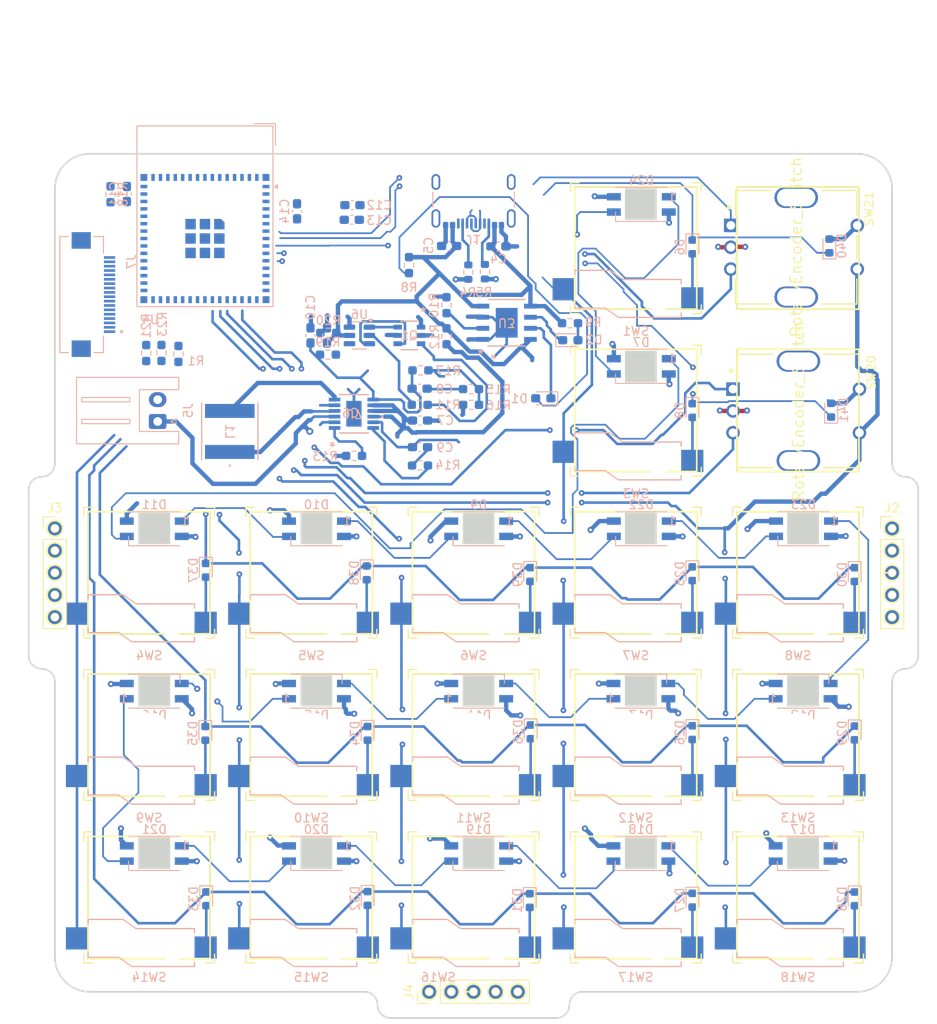
<source format=kicad_pcb>
(kicad_pcb (version 20240108) (generator "pcbnew") (generator_version "8.0")
  (layers (0 "F.Cu" signal) (1 "In1.Cu" signal) (2 "In2.Cu" signal) (31 "B.Cu" signal) (34 "B.Paste" user) (35 "F.Paste" user) (36 "B.SilkS" user "B.Silkscreen") (37 "F.SilkS" user "F.Silkscreen") (38 "B.Mask" user) (39 "F.Mask" user) (44 "Edge.Cuts" user))
  (net 0 "")
  (net 1 "/ESP32_EN")
  (net 2 "GND")
  (net 3 "VBUS")
  (net 4 "BAT+")
  (net 5 "Net-(C9-Pad1)")
  (net 6 "Net-(J1-CC1)")
  (net 8 "Net-(J1-CC2)")
  (net 10 "Net-(Q1-G2)")
  (net 11 "Net-(Q1-G1)")
  (net 12 "Net-(Q1-S2)")
  (net 13 "Net-(U3-PROG)")
  (net 14 "USB_N")
  (net 15 "/BOOT")
  (net 16 "USB_P")
  (net 17 "Net-(U4-IO18)")
  (net 18 "Net-(U4-IO17)")
  (net 19 "Net-(U4-IO35)")
  (net 20 "Net-(U4-IO36)")
  (net 26 "Net-(D6-A)")
  (net 27 "Col3")
  (net 28 "Net-(D8-A)")
  (net 29 "Col0")
  (net 30 "Col1")
  (net 31 "Col2")
  (net 32 "Col4")
  (net 33 "Net-(D28-A)")
  (net 34 "Rotary1B")
  (net 35 "Rotary1A")
  (net 36 "Rotary2B")
  (net 37 "Rotary2A")
  (net 38 "Row0")
  (net 39 "Row1")
  (net 40 "Row2")
  (net 41 "Row3")
  (net 42 "Net-(D40-A)")
  (net 43 "Net-(D41-A)")
  (net 44 "Row4")
  (net 45 "/SCK")
  (net 46 "/MOSI")
  (net 47 "/MISO")
  (net 49 "/RST")
  (net 50 "/TFTCS")
  (net 51 "Net-(U4-IO16)")
  (net 53 "GPIO16")
  (net 54 "Net-(D11-DIN)")
  (net 55 "Net-(D24-DOUT)")
  (net 56 "Net-(D10-DOUT)")
  (net 57 "Net-(D22-DIN)")
  (net 58 "Net-(D10-DIN)")
  (net 59 "Net-(D12-DIN)")
  (net 60 "Net-(D12-DOUT)")
  (net 61 "Net-(D17-DIN)")
  (net 62 "Net-(D18-DIN)")
  (net 63 "Net-(D19-DIN)")
  (net 64 "Net-(D20-DIN)")
  (net 65 "Net-(D22-DOUT)")
  (net 66 "LED_GPIO")
  (net 67 "Net-(D13-DOUT)")
  (net 68 "Net-(D14-DOUT)")
  (net 69 "Net-(D15-DOUT)")
  (net 70 "Net-(D16-DOUT)")
  (net 71 "Net-(D27-A)")
  (net 72 "Net-(D31-A)")
  (net 73 "Net-(D32-A)")
  (net 74 "Net-(D33-A)")
  (net 75 "Net-(D26-A)")
  (net 76 "Net-(D29-A)")
  (net 77 "Net-(D36-A)")
  (net 78 "Net-(D34-A)")
  (net 79 "Net-(D35-A)")
  (net 80 "Net-(D30-A)")
  (net 81 "Net-(D25-A)")
  (net 82 "Net-(D39-A)")
  (net 83 "Net-(D38-A)")
  (net 84 "Net-(D37-A)")
  (net 86 "Net-(U7-VC)")
  (net 87 "Net-(U7-RT)")
  (net 88 "Net-(U6-CS)")
  (net 89 "Net-(U7-SW2)")
  (net 90 "Net-(U7-SW1)")
  (net 91 "Net-(D2-K)")
  (net 92 "Net-(D2-A)")
  (net 93 "Net-(D1-K)")
  (net 94 "Net-(D1-A)")
  (net 95 "Net-(U7-FB)")
  (net 96 "Net-(C8-Pad1)")
  (net 119 "/GPIO8")
  (net 120 "/GPIO10")
  (net 121 "/GPIO9")
  (net 122 "/GPIO1")
  (net 123 "/GPIO2")
  (net 124 "/DC")
  (net 125 "/SDCS")
  (net 126 "/LITE")
  (net 127 "/3VO")
  (footprint "Connector_PinHeader_2.54mm:PinHeader_1x05_P2.54mm_Vertical_Adafruit" (layer "F.Cu") (at 196.237608 89.010589)
    (property "Reference" "J2")
    (property "Value" "Conn_01x05_Socket")
  )
  (footprint "Gateron_Low_Profile:Gateron_Low_Profile_Socket_LED" (layer "F.Cu") (at 148.24179 87.083608)
    (property "Reference" "SW6")
    (property "Value" "SW_MEC_5G")
    (fp_poly (pts (xy -1.25 0.15) (xy 2.4 0.15) (xy 2.4 3.75) (xy -1.25 3.75)) (fill solid) (layer "Edge.Cuts"))
  )
  (footprint "Gateron_Low_Profile:Gateron_Low_Profile_Socket_LED" (layer "F.Cu") (at 185.44179 105.683608)
    (property "Reference" "SW13")
    (property "Value" "SW_MEC_5G")
    (fp_poly (pts (xy -1.25 0.15) (xy 2.4 0.15) (xy 2.4 3.75) (xy -1.25 3.75)) (fill solid) (layer "Edge.Cuts"))
  )
  (footprint "Connector_PinHeader_2.54mm:PinHeader_1x05_P2.54mm_Vertical_Adafruit" (layer "F.Cu") (at 100.225608 89.010589)
    (property "Reference" "J3")
    (property "Value" "Conn_01x05_Socket")
  )
  (footprint "Gateron_Low_Profile:Gateron_Low_Profile_Socket_LED" (layer "F.Cu") (at 166.84179 105.683608)
    (property "Reference" "SW12")
    (property "Value" "SW_MEC_5G")
    (fp_poly (pts (xy -1.25 0.15) (xy 2.4 0.15) (xy 2.4 3.75) (xy -1.25 3.75)) (fill solid) (layer "Edge.Cuts"))
  )
  (footprint "Gateron_Low_Profile:Gateron_Low_Profile_Socket_LED" (layer "F.Cu") (at 111.04179 105.683608)
    (property "Reference" "SW9")
    (property "Value" "SW_MEC_5G")
    (fp_poly (pts (xy -1.25 0.15) (xy 2.4 0.15) (xy 2.4 3.75) (xy -1.25 3.75)) (fill solid) (layer "Edge.Cuts"))
  )
  (footprint "Gateron_Low_Profile:Gateron_Low_Profile_Socket_LED" (layer "F.Cu") (at 129.64179 87.083608)
    (property "Reference" "SW5")
    (property "Value" "SW_MEC_5G")
    (fp_poly (pts (xy -1.25 0.15) (xy 2.4 0.15) (xy 2.4 3.75) (xy -1.25 3.75)) (fill solid) (layer "Edge.Cuts"))
  )
  (footprint "Gateron_Low_Profile:Gateron_Low_Profile_Socket_LED" (layer "F.Cu") (at 148.24179 105.683608)
    (property "Reference" "SW11")
    (property "Value" "SW_MEC_5G")
    (fp_poly (pts (xy -1.25 0.15) (xy 2.4 0.15) (xy 2.4 3.75) (xy -1.25 3.75)) (fill solid) (layer "Edge.Cuts"))
  )
  (footprint "Gateron_Low_Profile:Gateron_Low_Profile_Socket_LED" (layer "F.Cu") (at 129.64179 105.683608)
    (property "Reference" "SW10")
    (property "Value" "SW_MEC_5G")
    (fp_poly (pts (xy -1.25 0.15) (xy 2.4 0.15) (xy 2.4 3.75) (xy -1.25 3.75)) (fill solid) (layer "Edge.Cuts"))
  )
  (footprint "Rotary_Encoder_Adafruit:Bourns-PEC11R-4220F-S0024-0-0-0" (layer "F.Cu") (at 185.48639 75.561208 -90)
    (property "Reference" "SW20")
    (property "Value" "RotaryEncoder_Switch")
  )
  (footprint "Gateron_Low_Profile:Gateron_Low_Profile_Socket_LED" (layer "F.Cu") (at 111.04179 124.283608)
    (property "Reference" "SW14")
    (property "Value" "SW_MEC_5G")
    (fp_poly (pts (xy -1.25 0.15) (xy 2.4 0.15) (xy 2.4 3.75) (xy -1.25 3.75)) (fill solid) (layer "Edge.Cuts"))
  )
  (footprint "Rotary_Encoder_Adafruit:Bourns-PEC11R-4220F-S0024-0-0-0" (layer "F.Cu") (at 185.23639 56.811208 -90)
    (property "Reference" "SW21")
    (property "Value" "RotaryEncoder_Switch")
  )
  (footprint "Gateron_Low_Profile:Gateron_Low_Profile_Socket_LED" (layer "F.Cu") (at 185.44179 124.283608)
    (property "Reference" "SW18")
    (property "Value" "SW_MEC_5G")
    (fp_poly (pts (xy -1.25 0.15) (xy 2.4 0.15) (xy 2.4 3.75) (xy -1.25 3.75)) (fill solid) (layer "Edge.Cuts"))
  )
  (footprint "Gateron_Low_Profile:Gateron_Low_Profile_Socket_LED" (layer "F.Cu") (at 111.04179 87.083608)
    (property "Reference" "SW4")
    (property "Value" "SW_MEC_5G")
    (fp_poly (pts (xy -1.25 0.15) (xy 2.4 0.15) (xy 2.4 3.75) (xy -1.25 3.75)) (fill solid) (layer "Edge.Cuts"))
  )
  (footprint "Gateron_Low_Profile:Gateron_Low_Profile_Socket_LED" (layer "F.Cu") (at 129.64179 124.283608)
    (property "Reference" "SW15")
    (property "Value" "SW_MEC_5G")
    (fp_poly (pts (xy -1.25 0.15) (xy 2.4 0.15) (xy 2.4 3.75) (xy -1.25 3.75)) (fill solid) (layer "Edge.Cuts"))
  )
  (footprint "Gateron_Low_Profile:Gateron_Low_Profile_Socket_LED" (layer "F.Cu") (at 185.44179 87.083608)
    (property "Reference" "SW8")
    (property "Value" "SW_MEC_5G")
    (fp_poly (pts (xy -1.25 0.15) (xy 2.4 0.15) (xy 2.4 3.75) (xy -1.25 3.75)) (fill solid) (layer "Edge.Cuts"))
  )
  (footprint "Gateron_Low_Profile:Gateron_Low_Profile_Socket_LED" (layer "F.Cu") (at 166.84179 87.083608)
    (property "Reference" "SW7")
    (property "Value" "SW_MEC_5G")
    (fp_poly (pts (xy -1.25 0.15) (xy 2.4 0.15) (xy 2.4 3.75) (xy -1.25 3.75)) (fill solid) (layer "Edge.Cuts"))
  )
  (footprint "Gateron_Low_Profile:Gateron_Low_Profile_Socket_LED" (layer "F.Cu") (at 166.84559 68.538989)
    (property "Reference" "SW3")
    (property "Value" "SW_MEC_5G")
    (fp_poly (pts (xy -1.25 0.15) (xy 2.4 0.15) (xy 2.4 3.75) (xy -1.25 3.75)) (fill solid) (layer "Edge.Cuts"))
  )
  (footprint "Gateron_Low_Profile:Gateron_Low_Profile_Socket_LED" (layer "F.Cu") (at 166.84179 124.283608)
    (property "Reference" "SW17")
    (property "Value" "SW_MEC_5G")
    (fp_poly (pts (xy -1.25 0.15) (xy 2.4 0.15) (xy 2.4 3.75) (xy -1.25 3.75)) (fill solid) (layer "Edge.Cuts"))
  )
  (footprint "Gateron_Low_Profile:Gateron_Low_Profile_Socket_LED" (layer "F.Cu") (at 148.24179 124.283608)
    (property "Reference" "SW16")
    (property "Value" "SW_MEC_5G")
    (fp_poly (pts (xy -1.25 0.15) (xy 2.4 0.15) (xy 2.4 3.75) (xy -1.25 3.75)) (fill solid) (layer "Edge.Cuts"))
  )
  (footprint "Connector_PinHeader_2.54mm:PinHeader_1x05_P2.54mm_Vertical_Adafruit" (layer "F.Cu") (at 143.151608 142.096589 90)
    (property "Reference" "J4")
    (property "Value" "Conn_01x05_Socket")
  )
  (footprint "Gateron_Low_Profile:Gateron_Low_Profile_Socket_LED" (layer "F.Cu") (at 166.84559 49.920789)
    (property "Reference" "SW1")
    (property "Value" "SW_MEC_5G")
    (fp_poly (pts (xy -1.25 0.15) (xy 2.4 0.15) (xy 2.4 3.75) (xy -1.25 3.75)) (fill solid) (layer "Edge.Cuts"))
  )
  (footprint "Resistor_SMD:R_0603_1608Metric_Pad0.98x0.95mm_HandSolder" (layer "B.Cu") (at 131.53639 69.111208 180)
    (property "Reference" "R19")
    (property "Value" "10k")
  )
  (footprint "Capacitor_SMD:C_0603_1608Metric_Pad1.08x0.95mm_HandSolder" (layer "B.Cu") (at 108.48658 50.709216 -90)
    (property "Reference" "C11")
    (property "Value" ".1uF")
  )
  (footprint "Resistor_SMD:R_0603_1608Metric_Pad0.98x0.95mm_HandSolder" (layer "B.Cu") (at 110.69998 68.930016 -90)
    (property "Reference" "R21")
    (property "Value" "10k")
  )
  (footprint "Resistor_SMD:R_0603_1608Metric_Pad0.98x0.95mm_HandSolder" (layer "B.Cu") (at 145.13639 67.011208 90)
    (property "Reference" "R12")
    (property "Value" "100")
  )
  (footprint "Diode_SMD:D_0603_1608Metric" (layer "B.Cu") (at 135.98639 94.111208 -90)
    (property "Reference" "D38")
    (property "Value" "D")
  )
  (footprint "Diode_SMD:D_0603_1608Metric" (layer "B.Cu") (at 136.08639 112.498708 -90)
    (property "Reference" "D34")
    (property "Value" "D")
  )
  (footprint "Resistor_SMD:R_0603_1608Metric_Pad0.98x0.95mm_HandSolder" (layer "B.Cu") (at 134.53639 80.711208)
    (property "Reference" "R13")
    (property "Value" "332k")
  )
  (footprint "Diode_SMD:D_0603_1608Metric" (layer "B.Cu") (at 154.73639 94.298708 -90)
    (property "Reference" "D39")
    (property "Value" "D")
  )
  (footprint "Diode_SMD:D_0603_1608Metric" (layer "B.Cu") (at 191.93639 94.311208 -90)
    (property "Reference" "D30")
    (property "Value" "D")
  )
  (footprint "Resistor_SMD:R_0603_1608Metric_Pad0.98x0.95mm_HandSolder" (layer "B.Cu") (at 106.60698 50.734616 90)
    (property "Reference" "R18")
    (property "Value" "10K")
  )
  (footprint "Capacitor_SMD:C_0603_1608Metric_Pad1.08x0.95mm_HandSolder" (layer "B.Cu") (at 142.04889 73.011208 180)
    (property "Reference" "C8")
    (property "Value" "47uF")
  )
  (footprint "Connector_USB:USB_C_Receptacle_GCT_USB4105-xx-A_16P_TopMnt_Horizontal" (layer "B.Cu") (at 148.23839 50.411208)
    (property "Reference" "J1")
    (property "Value" "USB_C_Receptacle_USB2.0_16P")
  )
  (footprint "Capacitor_SMD:C_0603_1608Metric_Pad1.08x0.95mm_HandSolder" (layer "B.Cu") (at 142.09889 79.711208 180)
    (property "Reference" "C9")
    (property "Value" "220pF")
  )
  (footprint "Resistor_SMD:R_0603_1608Metric_Pad0.98x0.95mm_HandSolder" (layer "B.Cu") (at 147.94889 73.061208 180)
    (property "Reference" "R15")
    (property "Value" "6K49")
  )
  (footprint "Diode_SMD:D_0603_1608Metric" (layer "B.Cu") (at 117.48639 112.498708 -90)
    (property "Reference" "D35")
    (property "Value" "D")
  )
  (footprint "Diode_SMD:D_0603_1608Metric" (layer "B.Cu") (at 154.78639 112.323708 -90)
    (property "Reference" "D36")
    (property "Value" "D")
  )
  (footprint "Resistor_SMD:R_0603_1608Metric_Pad0.98x0.95mm_HandSolder" (layer "B.Cu") (at 145.13639 63.448708 -90)
    (property "Reference" "R10")
    (property "Value" "1K3")
  )
  (footprint "Capacitor_SMD:C_0603_1608Metric_Pad1.08x0.95mm_HandSolder" (layer "B.Cu") (at 151.08639 56.711208)
    (property "Reference" "C4")
    (property "Value" "10uF")
  )
  (footprint "LED_SMD:LED_SK6812MINI_PLCC4_3.5x3.5mm_P1.75mm_1_Hole_Pads" (layer "B.Cu") (at 186.07409 89.053008 180)
    (property "Reference" "D23")
    (property "Value" "SK6812MINI")
  )
  (footprint "FS8205A:SOT-23-6L_TCP" (layer "B.Cu") (at 140.87624 66.911207 180)
    (property "Reference" "Q1")
    (property "Value" "FS8205A")
  )
  (footprint "Package_TO_SOT_SMD:SOT-23-6" (layer "B.Cu") (at 135.14889 66.911208 180)
    (property "Reference" "U6")
    (property "Value" "DW01A")
  )
  (footprint "Diode_SMD:D_0603_1608Metric" (layer "B.Cu") (at 117.53639 93.811208 -90)
    (property "Reference" "D37")
    (property "Value" "D")
  )
  (footprint "Resistor_SMD:R_0603_1608Metric_Pad0.98x0.95mm_HandSolder" (layer "B.Cu") (at 140.83639 58.861208 -90)
    (property "Reference" "R8")
    (property "Value" "1K")
  )
  (footprint "RF_Module:ESP32-S2-MINI-1" (layer "B.Cu") (at 117.43639 53.261208 180)
    (property "Reference" "U4")
    (property "Value" "ESP32-S3-MINI-1")
  )
  (footprint "Diode_SMD:D_0603_1608Metric" (layer "B.Cu") (at 154.68639 131.648708 -90)
    (property "Reference" "D31")
    (property "Value" "D")
  )
  (footprint "Diode_SMD:D_0603_1608Metric" (layer "B.Cu") (at 189.23639 75.473708 90)
    (property "Reference" "D41")
    (property "Value" "D")
  )
  (footprint "LED_SMD:LED_SK6812MINI_PLCC4_3.5x3.5mm_P1.75mm_1_Hole_Pads" (layer "B.Cu") (at 111.62659 107.658008)
    (property "Reference" "D16")
    (property "Value" "SK6812MINI")
  )
  (footprint "LED_SMD:LED_SK6812MINI_PLCC4_3.5x3.5mm_P1.75mm_1_Hole_Pads" (layer "B.Cu") (at 167.42659 107.658008)
    (property "Reference" "D13")
    (property "Value" "SK6812MINI")
  )
  (footprint "Diode_SMD:D_0603_1608Metric" (layer "B.Cu") (at 191.93639 131.461208 -90)
    (property "Reference" "D28")
    (property "Value" "D")
  )
  (footprint "Resistor_SMD:R_0603_1608Metric" (layer "B.Cu") (at 149.53639 59.611208 90)
    (property "Reference" "R5")
    (property "Value" "5k1")
  )
  (footprint "Capacitor_SMD:C_0603_1608Metric_Pad1.08x0.95mm_HandSolder" (layer "B.Cu") (at 134.27379 53.664208 180)
    (property "Reference" "C13")
    (property "Value" "10uF")
  )
  (footprint "Capacitor_SMD:C_0603_1608Metric_Pad1.08x0.95mm_HandSolder" (layer "B.Cu") (at 131.43639 66.911208 -90)
    (property "Reference" "C6")
    (property "Value" ".1uF")
  )
  (footprint "Diode_SMD:D_0603_1608Metric" (layer "B.Cu") (at 173.33639 112.411208 -90)
    (property "Reference" "D26")
    (property "Value" "D")
  )
  (footprint "Diode_SMD:D_0603_1608Metric" (layer "B.Cu") (at 189.03639 56.661208 90)
    (property "Reference" "D40")
    (property "Value" "D")
  )
  (footprint "LED_SMD:LED_0603_1608Metric_Pad1.05x0.95mm_HandSolder" (layer "B.Cu") (at 156.23639 74.111208 180)
    (property "Reference" "D1")
    (property "Value" "LED_Small")
  )
  (footprint "LED_SMD:LED_SK6812MINI_PLCC4_3.5x3.5mm_P1.75mm_1_Hole_Pads" (layer "B.Cu") (at 111.62659 126.258008 180)
    (property "Reference" "D21")
    (property "Value" "SK6812MINI")
  )
  (footprint "LED_SMD:LED_SK6812MINI_PLCC4_3.5x3.5mm_P1.75mm_1_Hole_Pads" (layer "B.Cu") (at 167.42659 126.258008 180)
    (property "Reference" "D18")
    (property "Value" "SK6812MINI")
  )
  (footprint "Resistor_SMD:R_0603_1608Metric_Pad0.98x0.95mm_HandSolder" (layer "B.Cu") (at 142.09889 81.811208 180)
    (property "Reference" "R14")
    (property "Value" "49K9")
  )
  (footprint "Diode_SMD:D_0603_1608Metric" (layer "B.Cu") (at 173.33639 94.211208 -90)
    (property "Reference" "D25")
    (property "Value" "D")
  )
  (footprint "LED_SMD:LED_SK6812MINI_PLCC4_3.5x3.5mm_P1.75mm_1_Hole_Pads" (layer "B.Cu") (at 167.47409 89.053008 180)
    (property "Reference" "D22")
    (property "Value" "SK6812MINI")
  )
  (footprint "Diode_SMD:D_0603_1608Metric" (layer "B.Cu") (at 173.33639 56.773708 -90)
    (property "Reference" "D6")
    (property "Value" "D")
  )
  (footprint "LED_SMD:LED_SK6812MINI_PLCC4_3.5x3.5mm_P1.75mm_1_Hole_Pads" (layer "B.Cu") (at 148.82659 107.658008)
    (property "Reference" "D14")
    (property "Value" "SK6812MINI")
  )
  (footprint "Diode_SMD:D_0603_1608Metric" (layer "B.Cu") (at 173.33639 131.611208 -90)
    (property "Reference" "D27")
    (property "Value" "D")
  )
  (footprint "LED_SMD:LED_0603_1608Metric_Pad1.05x0.95mm_HandSolder" (layer "B.Cu") (at 159.33639 67.461208)
    (property "Reference" "D2")
    (property "Value" "LED_Small")
  )
  (footprint "Capacitor_SMD:C_0603_1608Metric_Pad1.08x0.95mm_HandSolder" (layer "B.Cu") (at 127.99998 52.692516 -90)
    (property "Reference" "C14")
    (property "Value" ".1uF")
  )
  (footprint "Diode_SMD:D_0603_1608Metric" (layer "B.Cu") (at 117.58639 131.448708 -90)
    (property "Reference" "D33")
    (property "Value" "D")
  )
  (footprint "LED_SMD:LED_SK6812MINI_PLCC4_3.5x3.5mm_P1.75mm_1_Hole_Pads" (layer "B.Cu") (at 186.02659 107.658008)
    (property "Reference" "D12")
    (property "Value" "SK6812MINI")
  )
  (footprint "LED_SMD:LED_SK6812MINI_PLCC4_3.5x3.5mm_P1.75mm_1_Hole_Pads" (layer "B.Cu") (at 167.47409 51.903008 180)
    (property "Reference" "D24")
    (property "Value" "SK6812MINI")
  )
  (footprint "Resistor_SMD:R_0603_1608Metric_Pad0.98x0.95mm_HandSolder" (layer "B.Cu") (at 147.94889 74.861208)
    (property "Reference" "R16")
    (property "Value" "221K")
  )
  (footprint "NR6028T4R7M:IND_TAIYO_NR6028_TAY" (layer "B.Cu") (at 120.28639 77.910708 90)
    (property "Reference" "L1")
    (property "Value" "4.7uH")
  )
  (footprint "Diode_SMD:D_0603_1608Metric" (layer "B.Cu") (at 191.93639 112.448708 -90)
    (property "Reference" "D29")
    (property "Value" "D")
  )
  (footprint "18_PIN_FCP_CONNECTOR:HRS_TF31-18S-0.5SH_800_" (layer "B.Cu") (at 103.29998 62.230016 -90)
    (property "Reference" "J7")
    (property "Value" "TF31-18S-0.5SH_800_")
  )
  (footprint "LED_SMD:LED_SK6812MINI_PLCC4_3.5x3.5mm_P1.75mm_1_Hole_Pads" (layer "B.Cu") (at 148.82659 89.058008 180)
    (property "Reference" "D9")
    (property "Value" "SK6812MINI")
  )
  (footprint "Resistor_SMD:R_0603_1608Metric_Pad0.98x0.95mm_HandSolder" (layer "B.Cu") (at 142.14889 70.911208)
    (property "Reference" "R17")
    (property "Value" "1000k")
  )
  (footprint "Capacitor_SMD:C_0603_1608Metric_Pad1.08x0.95mm_HandSolder" (layer "B.Cu") (at 129.53639 66.911208 90)
    (property "Reference" "C10")
    (property "Value" "22pF")
  )
  (footprint "Resistor_SMD:R_0603_1608Metric_Pad0.98x0.95mm_HandSolder" (layer "B.Cu") (at 159.29889 65.511208)
    (property "Reference" "R9")
    (property "Value" "1K")
  )
  (footprint "Capacitor_SMD:C_0603_1608Metric_Pad1.08x0.95mm_HandSolder" (layer "B.Cu") (at 134.34889 51.987808 180)
    (property "Reference" "C12")
    (property "Value" ".1uF")
  )
  (footprint "Capacitor_SMD:C_0603_1608Metric_Pad1.08x0.95mm_HandSolder" (layer "B.Cu") (at 145.43639 56.661208 180)
    (property "Reference" "C5")
    (property "Value" "10uF")
  )
  (footprint "Diode_SMD:D_0603_1608Metric" (layer "B.Cu") (at 136.08639 131.411208 -90)
    (property "Reference" "D32")
    (property "Value" "D")
  )
  (footprint "LTC3536EMSE_PBF:MSOP-12_MSE_LIT" (layer "B.Cu") (at 134.52024 75.885608)
    (property "Reference" "U7")
    (property "Value" "LTC3536EMSE-PBF")
  )
  (footprint "LED_SMD:LED_SK6812MINI_PLCC4_3.5x3.5mm_P1.75mm_1_Hole_Pads" (layer "B.Cu") (at 186.02659 126.258008 180)
    (property "Reference" "D17")
    (property "Value" "SK6812MINI")
  )
  (footprint "Resistor_SMD:R_0603_1608Metric_Pad0.98x0.95mm_HandSolder" (layer "B.Cu") (at 114.39998 69.030016 90)
    (property "Reference" "R1")
    (property "Value" "10k")
  )
  (footprint "LED_SMD:LED_SK6812MINI_PLCC4_3.5x3.5mm_P1.75mm_1_Hole_Pads" (layer "B.Cu") (at 130.22659 89.058008 180)
    (property "Reference" "D10")
    (property "Value" "SK6812MINI")
  )
  (footprint "Diode_SMD:D_0603_1608Metric" (layer "B.Cu") (at 173.33639 75.511208 -90)
    (property "Reference" "D8")
    (property "Value" "D")
  )
  (footprint "TP4056:ESOP8_TPW" (layer "B.Cu") (at 152.03639 65.461208)
    (property "Reference" "U3")
    (property "Value" "TP4056")
  )
  (footprint "Capacitor_SMD:C_0603_1608Metric_Pad1.08x0.95mm_HandSolder" (layer "B.Cu") (at 142.09889 76.661208)
    (property "Reference" "C7")
    (property "Value" "10uF")
  )
  (footprint "Connector_JST:JST_XH_S2B-XH-A_1x02_P2.50mm_Horizontal" (layer "B.Cu") (at 112.01718 76.769616 90)
    (property "Reference" "J5")
    (property "Value" "Conn_01x02_Socket")
  )
  (footprint "Resistor_SMD:R_0603_1608Metric_Pad0.98x0.95mm_HandSolder" (layer "B.Cu") (at 131.58639 66.611208 180)
    (property "Reference" "R20")
    (property "Value" "10k")
  )
  (footprint "LED_SMD:LED_SK6812MINI_PLCC4_3.5x3.5mm_P1.75mm_1_Hole_Pads" (layer "B.Cu") (at 130.22659 107.658008)
    (property "Reference" "D15")
    (property "Value" "SK6812MINI")
  )
  (footprint "LED_SMD:LED_SK6812MINI_PLCC4_3.5x3.5mm_P1.75mm_1_Hole_Pads" (layer "B.Cu") (at 111.62659 89.058008 180)
    (property "Reference" "D11")
    (property "Value" "SK6812MINI")
  )
  (footprint "LED_SMD:LED_SK6812MINI_PLCC4_3.5x3.5mm_P1.75mm_1_Hole_Pads" (layer "B.Cu") (at 130.22659 126.258008 180)
    (property "Reference" "D20")
    (property "Value" "SK6812MINI")
  )
  (footprint "Resistor_SMD:R_0603_1608Metric" (layer "B.Cu") (at 147.63639 59.661208 90)
    (property "Reference" "R4")
    (property "Value" "5k1")
  )
  (footprint "LED_SMD:LED_SK6812MINI_PLCC4_3.5x3.5mm_P1.75mm_1_Hole_Pads" (layer "B.Cu") (at 167.47409 70.453008 180)
    (property "Reference" "D7")
    (property "Value" "SK6812MINI")
  )
  (footprint "Resistor_SMD:R_0603_1608Metric_Pad0.98x0.95mm_HandSolder" (layer "B.Cu") (at 142.06139 74.861208)
    (property "Reference" "R11")
    (property "Value" "100k")
  )
  (footprint "Resistor_SMD:R_0603_1608Metric_Pad0.98x0.95mm_HandSolder" (layer "B.Cu") (at 112.44998 68.917516 -90)
    (property "Reference" "R23")
    (property "Value" "10k")
  )
  (footprint "LED_SMD:LED_SK6812MINI_PLCC4_3.5x3.5mm_P1.75mm_1_Hole_Pads" (layer "B.Cu") (at 148.82659 126.258008 180)
    (property "Reference" "D19")
    (property "Value" "SK6812MINI")
  )
  (gr_line (start 178.428408 124.301589) (end 178.428408 138.301589) (stroke (width 0.2)) (layer "F.SilkS"))
  (gr_line (start 178.428408 138.301589) (end 192.428408 138.301589) (stroke (width 0.2)) (layer "F.SilkS"))
  (gr_line (start 122.628408 101.101589) (end 136.628408 101.101589) (stroke (width 0.2)) (layer "F.SilkS"))
  (gr_line (start 141.228408 101.101589) (end 155.228408 101.101589) (stroke (width 0.2)) (layer "F.SilkS"))
  (gr_line (start 155.228408 119.701589) (end 155.228408 105.701589) (stroke (width 0.2)) (layer "F.SilkS"))
  (gr_line (start 141.228408 124.301589) (end 141.228408 138.301589) (stroke (width 0.2)) (layer "F.SilkS"))
  (gr_line (start 173.828408 49.901589) (end 159.828408 49.901589) (stroke (width 0.2)) (layer "F.SilkS"))
  (gr_circle (center 196.228408 89.021589) (end 195.328408 89.021589) (stroke (width 0.2)) (fill none) (layer "F.SilkS"))
  (gr_line (start 173.828408 119.701589) (end 173.828408 105.701589) (stroke (width 0.2)) (layer "F.SilkS"))
  (gr_circle (center 196.228408 91.561589) (end 195.328408 91.561589) (stroke (width 0.2)) (fill none) (layer "F.SilkS"))
  (gr_line (start 173.828408 124.301589) (end 159.828408 124.301589) (stroke (width 0.2)) (layer "F.SilkS"))
  (gr_line (start 178.428408 87.101589) (end 178.428408 101.101589) (stroke (width 0.2)) (layer "F.SilkS"))
  (gr_line (start 104.028408 105.701589) (end 104.028408 119.701589) (stroke (width 0.2)) (layer "F.SilkS"))
  (gr_line (start 118.028408 87.101589) (end 104.028408 87.101589) (stroke (width 0.2)) (layer "F.SilkS"))
  (gr_circle (center 100.228408 96.641589) (end 99.328408 96.641589) (stroke (width 0.2)) (fill none) (layer "F.SilkS"))
  (gr_line (start 147.328408 142.101589) (end 147.828408 142.101589) (stroke (width 0.2)) (layer "F.SilkS"))
  (gr_line (start 192.428408 124.301589) (end 178.428408 124.301589) (stroke (width 0.2)) (layer "F.SilkS"))
  (gr_line (start 141.228408 138.301589) (end 155.228408 138.301589) (stroke (width 0.2)) (layer "F.SilkS"))
  (gr_line (start 178.428408 119.701589) (end 192.428408 119.701589) (stroke (width 0.2)) (layer "F.SilkS"))
  (gr_line (start 192.428408 82.501589) (end 192.428408 68.501589) (stroke (width 0.2)) (layer "F.SilkS"))
  (gr_line (start 173.828408 63.901589) (end 173.828408 49.901589) (stroke (width 0.2)) (layer "F.SilkS"))
  (gr_line (start 136.628408 138.301589) (end 136.628408 124.301589) (stroke (width 0.2)) (layer "F.SilkS"))
  (gr_circle (center 196.228408 94.101589) (end 195.828408 94.101589) (stroke (width 0.2)) (fill none) (layer "F.SilkS"))
  (gr_line (start 173.828408 105.701589) (end 159.828408 105.701589) (stroke (width 0.2)) (layer "F.SilkS"))
  (gr_line (start 122.628408 87.101589) (end 122.628408 101.101589) (stroke (width 0.2)) (layer "F.SilkS"))
  (gr_circle (center 100.228408 99.181589) (end 99.328408 99.181589) (stroke (width 0.2)) (fill none) (layer "F.SilkS"))
  (gr_line (start 155.228408 124.301589) (end 141.228408 124.301589) (stroke (width 0.2)) (layer "F.SilkS"))
  (gr_circle (center 100.228408 89.021589) (end 99.828408 89.021589) (stroke (width 0.2)) (fill none) (layer "F.SilkS"))
  (gr_circle (center 196.228408 99.181589) (end 195.828408 99.181589) (stroke (width 0.2)) (fill none) (layer "F.SilkS"))
  (gr_line (start 159.828408 119.701589) (end 173.828408 119.701589) (stroke (width 0.2)) (layer "F.SilkS"))
  (gr_line (start 173.828408 87.101589) (end 159.828408 87.101589) (stroke (width 0.2)) (layer "F.SilkS"))
  (gr_line (start 178.428408 105.701589) (end 178.428408 119.701589) (stroke (width 0.2)) (layer "F.SilkS"))
  (gr_line (start 136.628408 87.101589) (end 122.628408 87.101589) (stroke (width 0.2)) (layer "F.SilkS"))
  (gr_circle (center 100.228408 89.021589) (end 99.328408 89.021589) (stroke (width 0.2)) (fill none) (layer "F.SilkS"))
  (gr_line (start 122.628408 105.701589) (end 122.628408 119.701589) (stroke (width 0.2)) (layer "F.SilkS"))
  (gr_line (start 104.028408 87.101589) (end 104.028408 101.101589) (stroke (width 0.2)) (layer "F.SilkS"))
  (gr_circle (center 196.228408 96.641589) (end 195.828408 96.641589) (stroke (width 0.2)) (fill none) (layer "F.SilkS"))
  (gr_circle (center 100.228408 91.561589) (end 99.828408 91.561589) (stroke (width 0.2)) (fill none) (layer "F.SilkS"))
  (gr_line (start 192.428408 101.101589) (end 192.428408 87.101589) (stroke (width 0.2)) (layer "F.SilkS"))
  (gr_line (start 159.828408 138.301589) (end 173.828408 138.301589) (stroke (width 0.2)) (layer "F.SilkS"))
  (gr_line (start 192.428408 49.901589) (end 178.428408 49.901589) (stroke (width 0.2)) (layer "F.SilkS"))
  (gr_line (start 192.428408 105.701589) (end 178.428408 105.701589) (stroke (width 0.2)) (layer "F.SilkS"))
  (gr_circle (center 196.228408 99.181589) (end 195.328408 99.181589) (stroke (width 0.2)) (fill none) (layer "F.SilkS"))
  (gr_circle (center 196.228408 94.101589) (end 195.328408 94.101589) (stroke (width 0.2)) (fill none) (layer "F.SilkS"))
  (gr_circle (center 143.148408 142.101589) (end 142.248408 142.101589) (stroke (width 0.2)) (fill none) (layer "F.SilkS"))
  (gr_circle (center 148.228408 142.101589) (end 147.328408 142.101589) (stroke (width 0.2)) (fill none) (layer "F.SilkS"))
  (gr_circle (center 145.688408 142.101589) (end 144.788408 142.101589) (stroke (width 0.2)) (fill none) (layer "F.SilkS"))
  (gr_line (start 178.428408 68.501589) (end 178.428408 82.501589) (stroke (width 0.2)) (layer "F.SilkS"))
  (gr_line (start 118.028408 119.701589) (end 118.028408 105.701589) (stroke (width 0.2)) (layer "F.SilkS"))
  (gr_line (start 118.028408 101.101589) (end 118.028408 87.101589) (stroke (width 0.2)) (layer "F.SilkS"))
  (gr_line (start 122.628408 138.301589) (end 136.628408 138.301589) (stroke (width 0.2)) (layer "F.SilkS"))
  (gr_line (start 159.828408 124.301589) (end 159.828408 138.301589) (stroke (width 0.2)) (layer "F.SilkS"))
  (gr_line (start 104.028408 138.301589) (end 118.028408 138.301589) (stroke (width 0.2)) (layer "F.SilkS"))
  (gr_circle (center 100.228408 94.101589) (end 100.218408 94.101589) (stroke (width 0.0001)) (fill solid) (layer "F.SilkS"))
  (gr_line (start 100.218408 94.101589) (end 100.228408 94.101589) (stroke (width 0.0001)) (layer "F.SilkS"))
  (gr_line (start 178.428408 49.901589) (end 178.428408 63.901589) (stroke (width 0.2)) (layer "F.SilkS"))
  (gr_line (start 141.228408 87.101589) (end 141.228408 101.101589) (stroke (width 0.2)) (layer "F.SilkS"))
  (gr_line (start 159.828408 82.501589) (end 173.828408 82.501589) (stroke (width 0.2)) (layer "F.SilkS"))
  (gr_line (start 155.228408 101.101589) (end 155.228408 87.101589) (stroke (width 0.2)) (layer "F.SilkS"))
  (gr_line (start 136.628408 119.701589) (end 136.628408 105.701589) (stroke (width 0.2)) (layer "F.SilkS"))
  (gr_line (start 136.628408 101.101589) (end 136.628408 87.101589) (stroke (width 0.2)) (layer "F.SilkS"))
  (gr_line (start 104.028408 124.301589) (end 104.028408 138.301589) (stroke (width 0.2)) (layer "F.SilkS"))
  (gr_line (start 118.028408 105.701589) (end 104.028408 105.701589) (stroke (width 0.2)) (layer "F.SilkS"))
  (gr_line (start 192.428408 119.701589) (end 192.428408 105.701589) (stroke (width 0.2)) (layer "F.SilkS"))
  (gr_circle (center 100.228408 96.641589) (end 99.828408 96.641589) (stroke (width 0.2)) (fill none) (layer "F.SilkS"))
  (gr_circle (center 145.688408 142.101589) (end 145.288408 142.101589) (stroke (width 0.2)) (fill none) (layer "F.SilkS"))
  (gr_line (start 192.428408 87.101589) (end 178.428408 87.101589) (stroke (width 0.2)) (layer "F.SilkS"))
  (gr_circle (center 100.228408 94.101589) (end 99.828408 94.101589) (stroke (width 0.2)) (fill none) (layer "F.SilkS"))
  (gr_circle (center 153.308408 142.101589) (end 152.908408 142.101589) (stroke (width 0.2)) (fill none) (layer "F.SilkS"))
  (gr_circle (center 148.228408 94.101589) (end 148.218408 94.101589) (stroke (width 0.0001)) (fill solid) (layer "F.SilkS"))
  (gr_line (start 173.828408 68.501589) (end 159.828408 68.501589) (stroke (width 0.2)) (layer "F.SilkS"))
  (gr_line (start 155.228408 138.301589) (end 155.228408 124.301589) (stroke (width 0.2)) (layer "F.SilkS"))
  (gr_circle (center 150.768408 142.101589) (end 149.868408 142.101589) (stroke (width 0.2)) (fill none) (layer "F.SilkS"))
  (gr_circle (center 100.228408 94.101589) (end 99.328408 94.101589) (stroke (width 0.2)) (fill none) (layer "F.SilkS"))
  (gr_circle (center 100.228408 91.561589) (end 99.328408 91.561589) (stroke (width 0.2)) (fill none) (layer "F.SilkS"))
  (gr_line (start 192.428408 68.501589) (end 178.428408 68.501589) (stroke (width 0.2)) (layer "F.SilkS"))
  (gr_line (start 159.828408 68.501589) (end 159.828408 82.501589) (stroke (width 0.2)) (layer "F.SilkS"))
  (gr_line (start 155.228408 105.701589) (end 141.228408 105.701589) (stroke (width 0.2)) (layer "F.SilkS"))
  (gr_line (start 195.328408 94.101589) (end 195.828408 94.101589) (stroke (width 0.2)) (layer "F.SilkS"))
  (gr_line (start 141.228408 105.701589) (end 141.228408 119.701589) (stroke (width 0.2)) (layer "F.SilkS"))
  (gr_circle (center 196.228408 89.021589) (end 195.828408 89.021589) (stroke (width 0.2)) (fill none) (layer "F.SilkS"))
  (gr_line (start 192.428408 63.901589) (end 192.428408 49.901589) (stroke (width 0.2)) (layer "F.SilkS"))
  (gr_line (start 136.628408 105.701589) (end 122.628408 105.701589) (stroke (width 0.2)) (layer "F.SilkS"))
  (gr_line (start 155.228408 87.101589) (end 141.228408 87.101589) (stroke (width 0.2)) (layer "F.SilkS"))
  (gr_line (start 178.428408 63.901589) (end 192.428408 63.901589) (stroke (width 0.2)) (layer "F.SilkS"))
  (gr_line (start 104.028408 101.101589) (end 118.028408 101.101589) (stroke (width 0.2)) (layer "F.SilkS"))
  (gr_circle (center 196.228408 91.561589) (end 195.828408 91.561589) (stroke (width 0.2)) (fill none) (layer "F.SilkS"))
  (gr_line (start 192.428408 138.301589) (end 192.428408 124.301589) (stroke (width 0.2)) (layer "F.SilkS"))
  (gr_line (start 122.628408 119.701589) (end 136.628408 119.701589) (stroke (width 0.2)) (layer "F.SilkS"))
  (gr_line (start 159.828408 87.101589) (end 159.828408 101.101589) (stroke (width 0.2)) (layer "F.SilkS"))
  (gr_line (start 118.028408 124.301589) (end 104.028408 124.301589) (stroke (width 0.2)) (layer "F.SilkS"))
  (gr_line (start 178.428408 82.501589) (end 192.428408 82.501589) (stroke (width 0.2)) (layer "F.SilkS"))
  (gr_line (start 136.628408 124.301589) (end 122.628408 124.301589) (stroke (width 0.2)) (layer "F.SilkS"))
  (gr_line (start 178.428408 101.101589) (end 192.428408 101.101589) (stroke (width 0.2)) (layer "F.SilkS"))
  (gr_line (start 141.228408 119.701589) (end 155.228408 119.701589) (stroke (width 0.2)) (layer "F.SilkS"))
  (gr_circle (center 196.228408 96.641589) (end 195.328408 96.641589) (stroke (width 0.2)) (fill none) (layer "F.SilkS"))
  (gr_line (start 122.628408 124.301589) (end 122.628408 138.301589) (stroke (width 0.2)) (layer "F.SilkS"))
  (gr_line (start 159.828408 63.901589) (end 173.828408 63.901589) (stroke (width 0.2)) (layer "F.SilkS"))
  (gr_circle (center 148.228408 94.101589) (end 148.218408 94.101589) (stroke (width 0.0001)) (fill solid) (layer "F.SilkS"))
  (gr_line (start 173.828408 82.501589) (end 173.828408 68.501589) (stroke (width 0.2)) (layer "F.SilkS"))
  (gr_circle (center 100.228408 99.181589) (end 99.828408 99.181589) (stroke (width 0.2)) (fill none) (layer "F.SilkS"))
  (gr_circle (center 150.768408 142.101589) (end 150.368408 142.101589) (stroke (width 0.2)) (fill none) (layer "F.SilkS"))
  (gr_line (start 159.828408 49.901589) (end 159.828408 63.901589) (stroke (width 0.2)) (layer "F.SilkS"))
  (gr_line (start 159.828408 105.701589) (end 159.828408 119.701589) (stroke (width 0.2)) (layer "F.SilkS"))
  (gr_line (start 118.028408 138.301589) (end 118.028408 124.301589) (stroke (width 0.2)) (layer "F.SilkS"))
  (gr_line (start 104.028408 119.701589) (end 118.028408 119.701589) (stroke (width 0.2)) (layer "F.SilkS"))
  (gr_line (start 173.828408 138.301589) (end 173.828408 124.301589) (stroke (width 0.2)) (layer "F.SilkS"))
  (gr_circle (center 148.228408 142.101589) (end 147.828408 142.101589) (stroke (width 0.2)) (fill none) (layer "F.SilkS"))
  (gr_circle (center 143.148408 142.101589) (end 142.748408 142.101589) (stroke (width 0.2)) (fill none) (layer "F.SilkS"))
  (gr_line (start 159.828408 101.101589) (end 173.828408 101.101589) (stroke (width 0.2)) (layer "F.SilkS"))
  (gr_line (start 173.828408 101.101589) (end 173.828408 87.101589) (stroke (width 0.2)) (layer "F.SilkS"))
  (gr_circle (center 153.308408 142.101589) (end 152.408408 142.101589) (stroke (width 0.2)) (fill none) (layer "F.SilkS"))
  (gr_arc (start 138.728409 145.101589) (mid 137.667748 144.662249) (end 137.228408 143.601589) (stroke (width 0.2)) (layer "Edge.Cuts"))
  (gr_arc (start 196.228408 106.60159) (mid 196.667748 105.540929) (end 197.728408 105.101589) (stroke (width 0.2)) (layer "Edge.Cuts"))
  (gr_arc (start 159.228408 143.601589) (mid 159.667748 142.540929) (end 160.728409 142.101589) (stroke (width 0.2)) (layer "Edge.Cuts"))
  (gr_line (start 97.228408 103.601588) (end 97.228408 84.60159) (stroke (width 0.2)) (layer "Edge.Cuts"))
  (gr_arc (start 98.728408 105.101589) (mid 99.789068 105.54093) (end 100.228408 106.60159) (stroke (width 0.2)) (layer "Edge.Cuts"))
  (gr_arc (start 197.728408 83.101589) (mid 198.789068 83.54093) (end 199.228408 84.60159) (stroke (width 0.2)) (layer "Edge.Cuts"))
  (gr_line (start 160.728409 142.101589) (end 192.228409 142.101589) (stroke (width 0.2)) (layer "Edge.Cuts"))
  (gr_line (start 100.228408 50.101589) (end 100.228408 81.601588) (stroke (width 0.2)) (layer "Edge.Cuts"))
  (gr_arc (start 100.228408 50.101589) (mid 101.399981 47.273162) (end 104.228408 46.101589) (stroke (width 0.2)) (layer "Edge.Cuts"))
  (gr_line (start 192.228408 46.101589) (end 160.728408 46.101589) (stroke (width 0.2)) (layer "Edge.Cuts"))
  (gr_arc (start 104.228408 142.101589) (mid 101.39998 140.930016) (end 100.228408 138.101588) (stroke (width 0.2)) (layer "Edge.Cuts"))
  (gr_arc (start 135.728407 142.101589) (mid 136.789067 142.540929) (end 137.228408 143.601589) (stroke (width 0.2)) (layer "Edge.Cuts"))
  (gr_arc (start 97.228408 84.60159) (mid 97.667748 83.540929) (end 98.728408 83.101589) (stroke (width 0.2)) (layer "Edge.Cuts"))
  (gr_arc (start 100.228408 81.601588) (mid 99.789068 82.662248) (end 98.728408 83.101589) (stroke (width 0.2)) (layer "Edge.Cuts"))
  (gr_line (start 196.228408 81.601588) (end 196.228408 50.101589) (stroke (width 0.2)) (layer "Edge.Cuts"))
  (gr_line (start 157.728407 145.101589) (end 138.728409 145.101589) (stroke (width 0.2)) (layer "Edge.Cuts"))
  (gr_arc (start 197.728408 83.101589) (mid 196.667747 82.662249) (end 196.228408 81.601588) (stroke (width 0.2)) (layer "Edge.Cuts"))
  (gr_line (start 135.728408 46.101589) (end 160.728408 46.101589) (stroke (width 0.2)) (layer "Edge.Cuts"))
  (gr_arc (start 98.728408 105.101589) (mid 97.667747 104.662249) (end 97.228408 103.601588) (stroke (width 0.2)) (layer "Edge.Cuts"))
  (gr_line (start 104.228408 142.101589) (end 135.728407 142.101589) (stroke (width 0.2)) (layer "Edge.Cuts"))
  (gr_arc (start 199.228408 103.601588) (mid 198.789068 104.662248) (end 197.728408 105.101589) (stroke (width 0.2)) (layer "Edge.Cuts"))
  (gr_line (start 196.228408 138.101589) (end 196.228408 106.60159) (stroke (width 0.2)) (layer "Edge.Cuts"))
  (gr_line (start 100.228408 106.60159) (end 100.228408 138.101588) (stroke (width 0.2)) (layer "Edge.Cuts"))
  (gr_line (start 135.728408 46.101589) (end 104.228408 46.101589) (stroke (width 0.2)) (layer "Edge.Cuts"))
  (gr_line (start 199.228408 84.60159) (end 199.228408 103.601588) (stroke (width 0.2)) (layer "Edge.Cuts"))
  (gr_arc (start 192.228408 46.101589) (mid 195.056835 47.273162) (end 196.228408 50.101589) (stroke (width 0.2)) (layer "Edge.Cuts"))
  (gr_arc (start 196.228408 138.101589) (mid 195.056835 140.930016) (end 192.228409 142.101589) (stroke (width 0.2)) (layer "Edge.Cuts"))
  (gr_arc (start 159.228408 143.601589) (mid 158.789067 144.662249) (end 157.728407 145.101589) (stroke (width 0.2)) (layer "Edge.Cuts"))
  (segment (start 177.98639 75.561208) (end 176.53639 75.561208) (width 0.5) (layer "F.Cu") (net 2))
  (segment (start 177.98639 75.561208) (end 179.53639 75.561208) (width 0.5) (layer "F.Cu") (net 2))
  (segment (start 177.78639 56.761208) (end 177.73639 56.811208) (width 0.5) (layer "F.Cu") (net 2))
  (segment (start 179.38639 56.761208) (end 177.78639 56.761208) (width 0.5) (layer "F.Cu") (net 2))
  (segment (start 176.33639 56.811208) (end 176.28639 56.761208) (width 0.5) (layer "F.Cu") (net 2))
  (segment (start 176.53639 75.561208) (end 176.48639 75.511208) (width 0.5) (layer "F.Cu") (net 2))
  (segment (start 177.73639 56.811208) (end 176.33639 56.811208) (width 0.5) (layer "F.Cu") (net 2))
  (segment (start 179.53639 75.561208) (end 179.58639 75.511208) (width 0.5) (layer "F.Cu") (net 2))
  (via (at 153.554408 89.943189) (size 0.7) (drill 0.3) (layers "F.Cu" "B.Cu") (net 2))
  (via (at 190.904408 89.893189) (size 0.7) (drill 0.3) (layers "F.Cu" "B.Cu") (net 2))
  (via (at 170.704408 72.493189) (size 0.7) (drill 0.3) (layers "F.Cu" "B.Cu") (net 2))
  (via (at 170.704408 128.543189) (size 0.7) (drill 0.3) (layers "F.Cu" "B.Cu") (net 2))
  (via (at 176.28639 56.761208) (size 0.7) (drill 0.3) (layers "F.Cu" "B.Cu") (net 2))
  (via (at 106.654408 106.843189) (size 0.7) (drill 0.3) (layers "F.Cu" "B.Cu") (net 2))
  (via (at 125.554408 106.843189) (size 0.7) (drill 0.3) (layers "F.Cu" "B.Cu") (net 2))
  (via (at 134.804408 127.143189) (size 0.7) (drill 0.3) (layers "F.Cu" "B.Cu") (net 2))
  (via (at 134.804408 89.943189) (size 0.7) (drill 0.3) (layers "F.Cu" "B.Cu") (net 2))
  (via (at 162.604408 106.793189) (size 0.7) (drill 0.3) (layers "F.Cu" "B.Cu") (net 2))
  (via (at 172.204408 89.943189) (size 0.7) (drill 0.3) (layers "F.Cu" "B.Cu") (net 2))
  (via (at 181.354408 106.793189) (size 0.7) (drill 0.3) (layers "F.Cu" "B.Cu") (net 2))
  (via (at 116.504408 127.143189) (size 0.7) (drill 0.3) (layers "F.Cu" "B.Cu") (net 2))
  (via (at 179.38639 56.761208) (size 0.7) (drill 0.3) (layers "F.Cu" "B.Cu") (net 2))
  (via (at 150.78639 60.461208) (size 0.7) (drill 0.3) (layers "F.Cu" "B.Cu") (net 2))
  (via (at 116.354408 89.993189) (size 0.7) (drill 0.3) (layers "F.Cu" "B.Cu") (net 2))
  (via (at 153.454408 127.143189) (size 0.7) (drill 0.3) (layers "F.Cu" "B.Cu") (net 2))
  (via (at 144.104408 106.793189) (size 0.7) (drill 0.3) (layers "F.Cu" "B.Cu") (net 2))
  (via (at 190.754408 127.093189) (size 0.7) (drill 0.3) (layers "F.Cu" "B.Cu") (net 2))
  (via (at 176.48639 75.511208) (size 0.7) (drill 0.3) (layers "F.Cu" "B.Cu") (net 2))
  (via (at 146.19639 60.486208) (size 0.7) (drill 0.3) (layers "F.Cu" "B.Cu") (net 2))
  (via (at 170.654408 53.993189) (size 0.7) (drill 0.3) (layers "F.Cu" "B.Cu") (net 2))
  (via (at 179.58639 75.511208) (size 0.7) (drill 0.3) (layers "F.Cu" "B.Cu") (net 2))
  (segment (start 142.21609 65.140908) (end 142.21609 65.961206) (width 0.5) (layer "B.Cu") (net 2))
  (segment (start 131.43639 64.661208) (end 131.43639 66.048708) (width 0.5) (layer "B.Cu") (net 2))
  (segment (start 152.03639 65.461208) (end 150.13139 67.366208) (width 0.3) (layer "B.Cu") (net 2))
  (segment (start 170.62409 52.778008) (end 170.62409 53.962871) (width 0.5) (layer "B.Cu") (net 2))
  (segment (start 189.216409 127.093189) (end 189.17659 127.133008) (width 0.5) (layer "B.Cu") (net 2))
  (segment (start 151.986771 127.143189) (end 151.97659 127.133008) (width 0.5) (layer "B.Cu") (net 2))
  (segment (start 145.06139 62.461208) (end 145.13639 62.536208) (width 0.5) (layer "B.Cu") (net 2))
  (segment (start 134.794227 89.933008) (end 134.804408 89.943189) (width 0.5) (layer "B.Cu") (net 2))
  (segment (start 106.654408 106.843189) (end 108.416409 106.843189) (width 0.5) (layer "B.Cu") (net 2))
  (segment (start 151.43839 54.288708) (end 151.43839 55.063208) (width 0.5) (layer "B.Cu") (net 2))
  (segment (start 108.416409 106.843189) (end 108.47659 106.783008) (width 0.5) (layer "B.Cu") (net 2))
  (segment (start 130.63639 77.161208) (end 130.93663 76.860968) (width 0.3) (layer "B.Cu") (net 2))
  (segment (start 147.03639 74.861208) (end 147.03639 75.923708) (width 0.5) (layer "B.Cu") (net 2))
  (segment (start 149.31224 67.366208) (end 147.68139 67.366208) (width 0.5) (layer "B.Cu") (net 2))
  (segment (start 127.07659 106.783008) (end 125.614589 106.783008) (width 0.5) (layer "B.Cu") (net 2))
  (segment (start 170.62409 71.328008) (end 170.62409 72.412871) (width 0.5) (layer "B.Cu") (net 2))
  (segment (start 147.68139 67.366208) (end 147.63639 67.411208) (width 0.5) (layer "B.Cu") (net 2))
  (segment (start 150.78639 60.461208) (end 149.56139 60.461208) (width 0.5) (layer "B.Cu") (net 2))
  (segment (start 172.189227 89.928008) (end 172.204408 89.943189) (width 0.5) (layer "B.Cu") (net 2))
  (segment (start 147.03639 75.923708) (end 146.94889 76.011208) (width 0.5) (layer "B.Cu") (net 2))
  (segment (start 170.62409 72.412871) (end 170.704408 72.493189) (width 0.5) (layer "B.Cu") (net 2))
  (segment (start 150.391172 64.826208) (end 149.31224 64.826208) (width 0.3) (layer "B.Cu") (net 2))
  (segment (start 181.354408 106.793189) (end 182.866409 106.793189) (width 0.5) (layer "B.Cu") (net 2))
  (segment (start 134.52024 75.885608) (end 134.52024 73.677358) (width 0.3) (layer "B.Cu") (net 2))
  (segment (start 189.22409 89.928008) (end 190.869589 89.928008) (width 0.5) (layer "B.Cu") (net 2))
  (segment (start 139.486391 66.861208) (end 139.53639 66.911207) (width 0.5) (layer "B.Cu") (net 2))
  (segment (start 145.666409 106.793189) (end 145.67659 106.783008) (width 0.5) (layer "B.Cu") (net 2))
  (segment (start 134.52024 73.677358) (end 135.13639 73.061208) (width 0.3) (layer "B.Cu") (net 2))
  (segment (start 132.48639 80.711208) (end 132.43639 80.661208) (width 0.5) (layer "B.Cu") (net 2))
  (segment (start 129.58639 65.998708) (end 129.53639 66.048708) (width 0.5) (layer "B.Cu") (net 2))
  (segment (start 170.704408 128.543189) (end 170.704408 127.260826) (width 0.5) (layer "B.Cu") (net 2))
  (segment (start 152.03639 65.461208) (end 152.03639 67.916206) (width 0.3) (layer "B.Cu") (net 2))
  (segment (start 146.19639 60.486208) (end 147.63639 60.486208) (width 0.5) (layer "B.Cu") (net 2))
  (segment (start 170.62409 53.962871) (end 170.654408 53.993189) (width 0.5) (layer "B.Cu") (net 2))
  (segment (start 133.62389 80.711208) (end 132.48639 80.711208) (width 0.5) (layer "B.Cu") (net 2))
  (segment (start 130.63639 74.911208) (end 132.30313 74.911208) (width 0.3) (layer "B.Cu") (net 2))
  (segment (start 153.23639 56.711208) (end 151.94889 56.711208) (width 0.5) (layer "B.Cu") (net 2))
  (segment (start 132.30313 74.911208) (end 132.30409 74.910248) (width 0.3) (layer "B.Cu") (net 2))
  (segment (start 151.986771 89.943189) (end 151.97659 89.933008) (width 0.5) (layer "B.Cu") (net 2))
  (segment (start 152.03639 65.461208) (end 151.026172 65.461208) (width 0.3) (layer "B.Cu") (net 2))
  (segment (start 116.294227 89.933008) (end 116.354408 89.993189) (width 0.5) (layer "B.Cu") (net 2))
  (segment (start 143.73639 62.461208) (end 145.06139 62.461208) (width 0.5) (layer "B.Cu") (net 2))
  (segment (start 151.94889 56.711208) (end 151.94889 55.573708) (width 0.5) (layer "B.Cu") (net 2))
  (segment (start 147.58639 64.761208) (end 149.24724 64.761208) (width 0.5) (layer "B.Cu") (net 2))
  (segment (start 134.01139 65.961208) (end 134.01139 64.986208) (width 0.5) (layer "B.Cu") (net 2))
  (segment (start 153.454408 127.143189) (end 151.986771 127.143189) (width 0.5) (layer "B.Cu") (net 2))
  (segment (start 182.866409 106.793189) (end 182.87659 106.783008) (width 0.5) (layer "B.Cu") (net 2))
  (segment (start 190.754408 127.093189) (end 189.216409 127.093189) (width 0.5) (layer "B.Cu") (net 2))
  (segment (start 114.786771 127.143189) (end 114.77659 127.133008) (width 0.5) (layer "B.Cu") (net 2))
  (segment (start 151.94889 55.573708) (end 151.43839 55.063208) (width 0.5) (layer "B.Cu") (net 2))
  (segment (start 138.28639 66.861208) (end 139.486391 66.861208) (width 0.5) (layer "B.Cu") (net 2))
  (segment (start 134.01139 64.986208) (end 133.78639 64.761208) (width 0.5) (layer "B.Cu") (net 2))
  (segment (start 134.794227 127.133008) (end 134.804408 127.143189) (width 0.5) (layer "B.Cu") (net 2))
  (segment (start 125.614589 106.783008) (end 125.554408 106.843189) (width 0.5) (layer "B.Cu") (net 2))
  (segment (start 151.026172 65.461208) (end 150.391172 64.826208) (width 0.3) (layer "B.Cu") (net 2))
  (segment (start 114.77659 89.933008) (end 116.294227 89.933008) (width 0.5) (layer "B.Cu") (net 2))
  (segment (start 162.614589 106.783008) (end 162.604408 106.793189) (width 0.5) (layer "B.Cu") (net 2))
  (segment (start 116.504408 127.143189) (end 114.786771 127.143189) (width 0.5) (layer "B.Cu") (net 2))
  (segment (start 142.96139 76.661208) (end 144.19889 76.661208) (width 0.5) (layer "B.Cu") (net 2))
  (segment (start 133.37659 127.133008) (end 134.794227 127.133008) (width 0.5) (layer "B.Cu") (net 2))
  (segment (start 141.88639 64.811208) (end 142.21609 65.140908) (width 0.5) (layer "B.Cu") (net 2))
  (segment (start 164.27659 106.783008) (end 162.614589 106.783008) (width 0.5) (layer "B.Cu") (net 2))
  (segment (start 170.62409 89.928008) (end 172.189227 89.928008) (width 0.5) (layer "B.Cu") (net 2))
  (segment (start 170.704408 127.260826) (end 170.57659 127.133008) (width 0.5) (layer "B.Cu") (net 2))
  (segment (start 144.19889 76.661208) (end 144.24889 76.711208) (width 0.5) (layer "B.Cu") (net 2))
  (segment (start 133.37659 89.933008) (end 134.794227 89.933008) (width 0.5) (layer "B.Cu") (net 2))
  (segment (start 190.869589 89.928008) (end 190.904408 89.893189) (width 0.5) (layer "B.Cu") (net 2))
  (segment (start 149.56139 60.461208) (end 149.53639 60.436208) (width 0.5) (layer "B.Cu") (net 2))
  (segment (start 152.03639 67.916206) (end 150.70138 69.251216) (width 0.3) (layer "B.Cu") (net 2))
  (segment (start 149.24724 64.761208) (end 149.31224 64.826208) (width 0.5) (layer "B.Cu") (net 2))
  (segment (start 134.52024 75.885608) (end 134.52024 73.745058) (width 0.3) (layer "B.Cu") (net 2))
  (segment (start 143.48639 66.911208) (end 142.216091 66.911208) (width 0.5) (layer "B.Cu") (net 2))
  (segment (start 153.554408 89.943189) (end 151.986771 89.943189) (width 0.5) (layer "B.Cu") (net 2))
  (segment (start 131.48639 64.611208) (end 131.43639 64.661208) (width 0.5) (layer "B.Cu") (net 2))
  (segment (start 145.03839 56.196708) (end 144.57389 56.661208) (width 0.5) (layer "B.Cu") (net 2))
  (segment (start 142.216091 66.911208) (end 142.21609 66.911207) (width 0.5) (layer "B.Cu") (net 2))
  (segment (start 129.58639 64.761208) (end 129.58639 65.998708) (width 0.5) (layer "B.Cu") (net 2))
  (segment (start 144.104408 106.793189) (end 145.666409 106.793189) (width 0.5) (layer "B.Cu") (net 2))
  (segment (start 150.13139 67.366208) (end 149.31224 67.366208) (width 0.3) (layer "B.Cu") (net 2))
  (segment (start 130.93663 76.860968) (end 132.30409 76.860968) (width 0.3) (layer "B.Cu") (net 2))
  (segment (start 145.03839 54.288708) (end 145.03839 56.196708) (width 0.5) (layer "B.Cu") (net 2))
  (segment (start 134.52024 73.745058) (end 133.83639 73.061208) (width 0.3) (layer "B.Cu") (net 2))
  (via (at 181.804408 123.943189) (size 0.7) (drill 0.3) (layers "F.Cu" "B.Cu") (net 3))
  (via (at 107.804408 123.393189) (size 0.7) (drill 0.3) (layers "F.Cu" "B.Cu") (net 3))
  (via (at 179.654408 89.093189) (size 0.7) (drill 0.3) (layers "F.Cu" "B.Cu") (net 3))
  (via (at 161.654408 89.193189) (size 0.7) (drill 0.3) (layers "F.Cu" "B.Cu") (net 3))
  (via (at 153.604408 110.443189) (size 0.7) (drill 0.3) (layers "F.Cu" "B.Cu") (net 3))
  (via (at 171.704408 110.193189) (size 0.7) (drill 0.3) (layers "F.Cu" "B.Cu") (net 3))
  (via (at 143.304408 90.393189) (size 0.7) (drill 0.3) (layers "F.Cu" "B.Cu") (net 3))
  (via (at 161.004408 123.393189) (size 0.7) (drill 0.3) (layers "F.Cu" "B.Cu") (net 3))
  (via (at 164.154408 67.893189) (size 0.7) (drill 0.3) (layers "F.Cu" "B.Cu") (net 3))
  (via (at 134.554408 110.243189) (size 0.7) (drill 0.3) (layers "F.Cu" "B.Cu") (net 3))
  (via (at 143.254408 124.543189) (size 0.7) (drill 0.3) (layers "F.Cu" "B.Cu") (net 3))
  (via (at 124.904408 124.443189) (size 0.7) (drill 0.3) (layers "F.Cu" "B.Cu") (net 3))
  (via (at 124.904408 86.943189) (size 0.7) (drill 0.3) (layers "F.Cu" "B.Cu") (net 3))
  (via (at 191.254408 109.443189) (size 0.7) (drill 0.3) (layers "F.Cu" "B.Cu") (net 3))
  (via (at 162.129408 50.968189) (size 0.7) (drill 0.3) (layers "F.Cu" "B.Cu") (net 3))
  (via (at 115.954408 110.193189) (size 0.7) (drill 0.3) (layers "F.Cu" "B.Cu") (net 3))
  (segment (start 149.31224 63.556208) (end 148.08199 63.556208) (width 0.5) (layer "B.Cu") (net 3))
  (segment (start 161.004408 123.393189) (end 161.704408 124.093189) (width 0.5) (layer "B.Cu") (net 3))
  (segment (start 170.57659 109.665371) (end 170.57659 108.533008) (width 0.5) (layer "B.Cu") (net 3))
  (segment (start 131.43639 67.773708) (end 132.29889 66.911208) (width 0.5) (layer "B.Cu") (net 3))
  (segment (start 150.22389 56.711208) (end 154.76054 61.247858) (width 0.5) (layer "B.Cu") (net 3))
  (segment (start 156.43139 63.556208) (end 158.38639 65.511208) (width 0.5) (layer "B.Cu") (net 3))
  (segment (start 107.804408 124.710826) (end 108.47659 125.383008) (width 0.5) (layer "B.Cu") (net 3))
  (segment (start 154.954408 69.461208) (end 153.704408 68.211208) (width 0.5) (layer "B.Cu") (net 3))
  (segment (start 154.76054 63.556208) (end 156.43139 63.556208) (width 0.5) (layer "B.Cu") (net 3))
  (segment (start 153.91554 68.211208) (end 153.704408 68.211208) (width 0.5) (layer "B.Cu") (net 3))
  (segment (start 142.47449 57.948708) (end 140.83639 57.948708) (width 0.5) (layer "B.Cu") (net 3))
  (segment (start 171.404408 109.893189) (end 170.804408 109.893189) (width 0.5) (layer "B.Cu") (net 3))
  (segment (start 148.08199 63.556208) (end 146.78669 62.260907) (width 0.5) (layer "B.Cu") (net 3))
  (segment (start 154.954408 69.743189) (end 154.954408 69.461208) (width 0.5) (layer "B.Cu") (net 3))
  (segment (start 164.32409 69.578008) (end 164.32409 68.062871) (width 0.5) (layer "B.Cu") (net 3))
  (segment (start 150.506148 70.191016) (end 149.07634 68.761208) (width 0.5) (layer "B.Cu") (net 3))
  (segment (start 133.37659 109.515371) (end 133.37659 108.533008) (width 0.5) (layer "B.Cu") (net 3))
  (segment (start 164.32409 51.028008) (end 162.189227 51.028008) (width 0.5) (layer "B.Cu") (net 3))
  (segment (start 133.754408 110.243189) (end 133.604408 110.093189) (width 0.5) (layer "B.Cu") (net 3))
  (segment (start 144.28639 65.579837) (end 144.617519 65.579837) (width 0.5) (layer "B.Cu") (net 3))
  (segment (start 146.78669 62.260907) (end 153.747491 62.260907) (width 0.5) (layer "B.Cu") (net 3))
  (segment (start 162.129408 50.968189) (end 162.104408 50.943189) (width 0.5) (layer "B.Cu") (net 3))
  (segment (start 145.83839 56.200708) (end 146.29889 56.661208) (width 0.5) (layer "B.Cu") (net 3))
  (segment (start 150.63839 56.296708) (end 150.22389 56.711208) (width 0.5) (layer "B.Cu") (net 3))
  (segment (start 141.717761 62.429837) (end 144.33669 59.810908) (width 0.5) (layer "B.Cu") (net 3))
  (segment (start 144.33669 59.810908) (end 142.47449 57.948708) (width 0.5) (layer "B.Cu") (net 3))
  (segment (start 152.554408 110.443189) (end 151.97659 109.865371) (width 0.5) (layer "B.Cu") (net 3))
  (segment (start 180.569589 88.178008) (end 182.92409 88.178008) (width 0.5) (layer "B.Cu") (net 3))
  (segment (start 170.804408 109.893189) (end 170.57659 109.665371) (width 0.5) (layer "B.Cu") (net 3))
  (segment (start 115.954408 110.193189) (end 115.954408 109.710826) (width 0.5) (layer "B.Cu") (net 3))
  (segment (start 162.544227 125.383008) (end 164.27659 125.383008) (width 0.5) (layer "B.Cu") (net 3))
  (segment (start 153.704408 68.211208) (end 151.7246 70.191016) (width 0.5) (layer "B.Cu") (net 3))
  (segment (start 164.32409 88.178008) (end 162.669589 88.178008) (width 0.5) (layer "B.Cu") (net 3))
  (segment (start 133.13639 63.011208) (end 132.68639 63.461208) (width 0.5) (layer "B.Cu") (net 3))
  (segment (start 147.79889 68.761208) (end 145.13639 66.098708) (width 0.5) (layer "B.Cu") (net 3))
  (segment (start 140.83639 57.948708) (end 145.01139 57.948708) (width 0.5) (layer "B.Cu") (net 3))
  (segment (start 144.836771 124.543189) (end 145.67659 125.383008) (width 0.5) (layer "B.Cu") (net 3))
  (segment (start 125.804408 125.343189) (end 127.036771 125.343189) (width 0.5) (layer "B.Cu") (net 3))
  (segment (start 124.904408 124.443189) (end 125.804408 125.343189) (width 0.5) (layer "B.Cu") (net 3))
  (segment (start 145.064589 88.183008) (end 143.304408 89.943189) (width 0.5) (layer "B.Cu") (net 3))
  (segment (start 132.98639 66.911208) (end 134.01139 66.911208) (width 0.5) (layer "B.Cu") (net 3))
  (segment (start 153.604408 110.443189) (end 152.554408 110.443189) (width 0.5) (layer "B.Cu") (net 3))
  (segment (start 133.604408 109.743189) (end 133.37659 109.515371) (width 0.5) (layer "B.Cu") (net 3))
  (segment (start 132.29889 66.911208) (end 132.98639 66.911208) (width 0.5) (layer "B.Cu") (net 3))
  (segment (start 133.604408 110.093189) (end 133.604408 109.743189) (width 0.5) (layer "B.Cu") (net 3))
  (segment (start 154.76054 61.247858) (end 154.76054 63.556208) (width 0.5) (layer "B.Cu") (net 3))
  (segment (start 145.01139 57.948708) (end 146.29889 56.661208) (width 0.5) (layer "B.Cu") (net 3))
  (segment (start 149.07634 68.761208) (end 147.79889 68.761208) (width 0.5) (layer "B.Cu") (net 3))
  (segment (start 151.97659 109.865371) (end 151.97659 108.533008) (width 0.5) (layer "B.Cu") (net 3))
  (segment (start 162.189227 51.028008) (end 162.129408 50.968189) (width 0.5) (layer "B.Cu") (net 3))
  (segment (start 141.717761 63.011208) (end 133.13639 63.011208) (width 0.5) (layer "B.Cu") (net 3))
  (segment (start 126.504408 86.943189) (end 124.904408 86.943189) (width 0.5) (layer "B.Cu") (net 3))
  (segment (start 154.76054 67.366208) (end 153.91554 68.211208) (width 0.5) (layer "B.Cu") (net 3))
  (segment (start 132.68639 66.611208) (end 132.98639 66.911208) (width 0.5) (layer "B.Cu") (net 3))
  (segment (start 171.704408 110.193189) (end 171.404408 109.893189) (width 0.5) (layer "B.Cu") (net 3))
  (segment (start 161.704408 124.543189) (end 162.544227 125.383008) (width 0.5) (layer "B.Cu") (net 3))
  (segment (start 143.304408 89.943189) (end 143.304408 90.393189) (width 0.5) (layer "B.Cu") (net 3))
  (segment (start 161.704408 124.093189) (end 161.704408 124.543189) (width 0.5) (layer "B.Cu") (net 3))
  (segment (start 134.554408 110.243189) (end 133.754408 110.243189) (width 0.5) (layer "B.Cu") (net 3))
  (segment (start 107.804408 123.393189) (end 107.804408 124.710826) (width 0.5) (layer "B.Cu") (net 3))
  (segment (start 164.32409 68.062871) (end 164.154408 67.893189) (width 0.5) (layer "B.Cu") (net 3))
  (segment (start 108.47659 87.321007) (end 108.47659 88.183008) (width 0.5) (layer "B.Cu") (net 3))
  (segment (start 179.654408 89.093189) (end 180.569589 88.178008) (width 0.5) (layer "B.Cu") (net 3))
  (segment (start 145.83839 54.288708) (end 145.83839 56.200708) (width 0.5) (layer "B.Cu") (net 3))
  (segment (start 190.086771 109.443189) (end 189.17659 108.533008) (width 0.5) (layer "B.Cu") (net 3))
  (segment (start 132.68639 63.461208) (end 132.68639 66.611208) (width 0.5) (layer "B.Cu") (net 3))
  (segment (start 127.036771 125.343189) (end 127.07659 125.383008) (width 0.5) (layer "B.Cu") (net 3))
  (segment (start 146.78669 62.260907) (end 144.33669 59.810908) (width 0.5) (layer "B.Cu") (net 3))
  (segment (start 181.804408 124.310826) (end 182.87659 125.383008) (width 0.5) (layer "B.Cu") (net 3))
  (segment (start 143.254408 124.543189) (end 144.836771 124.543189) (width 0.5) (layer "B.Cu") (net 3))
  (segment (start 191.254408 109.443189) (end 190.086771 109.443189) (width 0.5) (layer "B.Cu") (net 3))
  (segment (start 162.669589 88.178008) (end 161.654408 89.193189) (width 0.5) (layer "B.Cu") (net 3))
  (segment (start 115.954408 109.710826) (end 114.77659 108.533008) (width 0.5) (layer "B.Cu") (net 3))
  (segment (start 144.28639 65.579837) (end 141.717761 63.011208) (width 0.5) (layer "B.Cu") (net 3))
  (segment (start 127.07659 88.183008) (end 127.07659 87.515371) (width 0.5) (layer "B.Cu") (net 3))
  (segment (start 181.804408 123.943189) (end 181.804408 124.310826) (width 0.5) (layer "B.Cu") (net 3))
  (segment (start 109.654408 86.143189) (end 108.47659 87.321007) (width 0.5) (layer "B.Cu") (net 3))
  (segment (start 153.747491 62.260907) (end 154.76054 61.247858) (width 0.5) (layer "B.Cu") (net 3))
  (segment (start 150.63839 54.288708) (end 150.63839 56.296708) (width 0.5) (layer "B.Cu") (net 3))
  (segment (start 127.07659 87.515371) (end 126.504408 86.943189) (width 0.5) (layer "B.Cu") (net 3))
  (segment (start 144.617519 65.579837) (end 145.13639 66.098708) (width 0.5) (layer "B.Cu") (net 3))
  (segment (start 151.7246 70.191016) (end 150.506148 70.191016) (width 0.5) (layer "B.Cu") (net 3))
  (segment (start 141.717761 63.011208) (end 141.717761 62.429837) (width 0.5) (layer "B.Cu") (net 3))
  (segment (start 145.67659 88.183008) (end 145.064589 88.183008) (width 0.5) (layer "B.Cu") (net 3))
  (via (at 129.457707 77.896489) (size 0.8) (drill 0.4) (layers "F.Cu" "B.Cu") (net 4))
  (segment (start 140.68639 76.661208) (end 140.23639 76.211207) (width 0.5) (layer "B.Cu") (net 4))
  (segment (start 151.53639 75.811208) (end 151.53639 72.211208) (width 0.5) (layer "B.Cu") (net 4))
  (segment (start 136.73639 75.560488) (end 139.58567 75.560488) (width 0.5) (layer "B.Cu") (net 4))
  (segment (start 147.508941 69.461208) (end 146.858941 68.811208) (width 0.5) (layer "B.Cu") (net 4))
  (segment (start 141.23639 76.661208) (end 140.68639 76.661208) (width 0.5) (layer "B.Cu") (net 4))
  (segment (start 128.554409 77.393189) (end 128.954408 77.393189) (width 0.5) (layer "B.Cu") (net 4))
  (segment (start 127.854408 78.09319) (end 127.854408 79.29319) (width 0.5) (layer "B.Cu") (net 4))
  (segment (start 141.754408 77.993189) (end 149.354409 77.993189) (width 0.5) (layer "B.Cu") (net 4))
  (segment (start 129.457707 77.896489) (end 129.457708 77.896489) (width 0.5) (layer "B.Cu") (net 4))
  (segment (start 139.58567 75.560488) (end 139.71139 75.686208) (width 0.5) (layer "B.Cu") (net 4))
  (segment (start 139.504408 78.193189) (end 140.154408 77.543189) (width 0.5) (layer "B.Cu") (net 4))
  (segment (start 114.12538 76.769616) (end 112.01718 76.769616) (width 0.5) (layer "B.Cu") (net 4))
  (segment (start 129.33639 76.611208) (end 129.53639 76.611208) (width 0.5) (layer "B.Cu") (net 4))
  (segment (start 128.954408 77.393189) (end 129.457707 77.896488) (width 0.5) (layer "B.Cu") (net 4))
  (segment (start 139.71139 75.686208) (end 138.95109 74.925908) (width 0.5) (layer "B.Cu") (net 4))
  (segment (start 129.93687 76.210728) (end 132.30409 76.210728) (width 0.3) (layer "B.Cu") (net 4))
  (segment (start 123.23639 83.911208) (end 118.345972 83.911208) (width 0.5) (layer "B.Cu") (net 4))
  (segment (start 138.054408 76.210728) (end 136.73639 76.210728) (width 0.3) (layer "B.Cu") (net 4))
  (segment (start 146.858941 68.811208) (end 146.02389 68.811208) (width 0.5) (layer "B.Cu") (net 4))
  (segment (start 149.354409 77.993189) (end 151.53639 75.811208) (width 0.5) (layer "B.Cu") (net 4))
  (segment (start 151.53639 72.211208) (end 148.78639 69.461208) (width 0.5) (layer "B.Cu") (net 4))
  (segment (start 141.204408 78.043189) (end 141.704408 78.043189) (width 0.5) (layer "B.Cu") (net 4))
  (segment (start 139.504408 78.493189) (end 139.504408 78.193189) (width 0.5) (layer "B.Cu") (net 4))
  (segment (start 128.554409 77.393189) (end 129.33639 76.611208) (width 0.5) (layer "B.Cu") (net 4))
  (segment (start 129.53639 76.611208) (end 129.93687 76.210728) (width 0.3) (layer "B.Cu") (net 4))
  (segment (start 148.78639 69.461208) (end 147.508941 69.461208) (width 0.5) (layer "B.Cu") (net 4))
  (segment (start 140.704408 77.543189) (end 141.204408 78.043189) (width 0.5) (layer "B.Cu") (net 4))
  (segment (start 140.154408 77.543189) (end 140.23639 77.461207) (width 0.5) (layer "B.Cu") (net 4))
  (segment (start 141.704408 78.043189) (end 141.754408 77.993189) (width 0.5) (layer "B.Cu") (net 4))
  (segment (start 127.854408 79.29319) (end 123.23639 83.911208) (width 0.5) (layer "B.Cu") (net 4))
  (segment (start 146.02389 68.811208) (end 145.13639 67.923708) (width 0.5) (layer "B.Cu") (net 4))
  (segment (start 129.457707 77.896488) (end 129.457707 77.896489) (width 0.5) (layer "B.Cu") (net 4))
  (segment (start 116.00498 81.570216) (end 116.00498 78.649216) (width 0.5) (layer "B.Cu") (net 4))
  (segment (start 140.154408 77.543189) (end 140.704408 77.543189) (width 0.5) (layer "B.Cu") (net 4))
  (segment (start 138.821947 76.210728) (end 140.154408 77.543189) (width 0.5) (layer "B.Cu") (net 4))
  (segment (start 140.23639 77.461207) (end 140.23639 76.211207) (width 0.5) (layer "B.Cu") (net 4))
  (segment (start 129.457708 77.896489) (end 129.504408 77.943189) (width 0.5) (layer "B.Cu") (net 4))
  (segment (start 140.23639 76.211207) (end 139.71139 75.686208) (width 0.5) (layer "B.Cu") (net 4))
  (segment (start 116.00498 78.649216) (end 114.12538 76.769616) (width 0.5) (layer "B.Cu") (net 4))
  (segment (start 118.345972 83.911208) (end 116.00498 81.570216) (width 0.5) (layer "B.Cu") (net 4))
  (segment (start 128.554409 77.393189) (end 127.854408 78.09319) (width 0.5) (layer "B.Cu") (net 4))
  (segment (start 138.054408 76.210728) (end 138.821947 76.210728) (width 0.5) (layer "B.Cu") (net 4))
  (segment (start 138.95109 74.925908) (end 136.73639 74.925908) (width 0.5) (layer "B.Cu") (net 4))
  (segment (start 142.96139 80.036208) (end 141.18639 81.811208) (width 0.3) (layer "B.Cu") (net 5))
  (segment (start 142.96139 79.711208) (end 142.96139 80.036208) (width 0.3) (layer "B.Cu") (net 5))
  (segment (start 146.98839 55.975776) (end 147.63639 56.623776) (width 0.3) (layer "B.Cu") (net 6))
  (segment (start 146.98839 54.091208) (end 146.98839 55.975776) (width 0.3) (layer "B.Cu") (net 6))
  (segment (start 147.63639 56.623776) (end 147.63639 58.836208) (width 0.3) (layer "B.Cu") (net 6))
  (segment (start 149.23639 56.323776) (end 149.23639 58.486208) (width 0.3) (layer "B.Cu") (net 8))
  (segment (start 149.23639 58.486208) (end 149.53639 58.786208) (width 0.3) (layer "B.Cu") (net 8))
  (segment (start 149.98839 55.571776) (end 149.23639 56.323776) (width 0.3) (layer "B.Cu") (net 8))
  (segment (start 149.98839 54.091208) (end 149.98839 55.571776) (width 0.3) (layer "B.Cu") (net 8))
  (segment (start 140.37534 65.500158) (end 140.37534 67.811208) (width 0.3) (layer "B.Cu") (net 10))
  (segment (start 140.18639 65.311208) (end 140.37534 65.500158) (width 0.3) (layer "B.Cu") (net 10))
  (segment (start 135.27389 65.573708) (end 135.53639 65.311208) (width 0.3) (layer "B.Cu") (net 10))
  (segment (start 140.32534 67.861208) (end 139.53639 67.861208) (width 0.3) (layer "B.Cu") (net 10))
  (segment (start 136.28639 67.861208) (end 135.623891 67.861208) (width 0.3) (layer "B.Cu") (net 10))
  (segment (start 135.623891 67.861208) (end 135.27389 67.511207) (width 0.3) (layer "B.Cu") (net 10))
  (segment (start 135.53639 65.311208) (end 140.18639 65.311208) (width 0.3) (layer "B.Cu") (net 10))
  (segment (start 135.27389 67.511207) (end 135.27389 65.573708) (width 0.3) (layer "B.Cu") (net 10))
  (segment (start 140.37534 67.811208) (end 140.32534 67.861208) (width 0.3) (layer "B.Cu") (net 10))
  (segment (start 136.286392 65.961206) (end 136.28639 65.961208) (width 0.3) (layer "B.Cu") (net 11))
  (segment (start 139.53639 65.961206) (end 136.286392 65.961206) (width 0.3) (layer "B.Cu") (net 11))
  (segment (start 142.97389 74.861208) (end 144.80894 74.861208) (width 0.3) (layer "B.Cu") (net 12))
  (segment (start 149.74889 72.623776) (end 146.836322 69.711208) (width 0.3) (layer "B.Cu") (net 12))
  (segment (start 143.67859 69.323708) (end 142.21609 67.861208) (width 0.3) (layer "B.Cu") (net 12))
  (segment (start 146.836322 69.711208) (end 143.74889 69.711208) (width 0.3) (layer "B.Cu") (net 12))
  (segment (start 148.336322 76.711208) (end 149.74889 75.29864) (width 0.3) (layer "B.Cu") (net 12))
  (segment (start 146.65894 76.711208) (end 148.336322 76.711208) (width 0.3) (layer "B.Cu") (net 12))
  (segment (start 144.80894 74.861208) (end 146.65894 76.711208) (width 0.3) (layer "B.Cu") (net 12))
  (segment (start 143.74889 69.711208) (end 143.67859 69.640908) (width 0.3) (layer "B.Cu") (net 12))
  (segment (start 143.67859 69.640908) (end 143.67859 69.323708) (width 0.3) (layer "B.Cu") (net 12))
  (segment (start 149.74889 75.29864) (end 149.74889 72.623776) (width 0.3) (layer "B.Cu") (net 12))
  (segment (start 147.17139 66.096208) (end 149.31224 66.096208) (width 0.3) (layer "B.Cu") (net 13))
  (segment (start 145.23639 64.161208) (end 147.17139 66.096208) (width 0.3) (layer "B.Cu") (net 13))
  (segment (start 147.75598 53.216208) (end 147.88639 53.216208) (width 0.2) (layer "B.Cu") (net 14))
  (segment (start 147.48839 53.483798) (end 147.75598 53.216208) (width 0.2) (layer "B.Cu") (net 14))
  (segment (start 147.48839 54.091208) (end 147.48839 53.483798) (width 0.2) (layer "B.Cu") (net 14))
  (segment (start 147.88639 53.216208) (end 148.2208 53.216208) (width 0.2) (layer "B.Cu") (net 14))
  (segment (start 148.48839 53.483798) (end 148.48839 54.091208) (width 0.2) (layer "B.Cu") (net 14))
  (segment (start 148.2208 53.216208) (end 148.48839 53.483798) (width 0.2) (layer "B.Cu") (net 14))
  (segment (start 147.88639 52.711208) (end 148.03639 52.561208) (width 0.2) (layer "B.Cu") (net 14))
  (segment (start 147.88639 53.216208) (end 147.88639 52.711208) (width 0.2) (layer "B.Cu") (net 14))
  (segment (start 148.7208 54.966208) (end 148.98839 54.698618) (width 0.2) (layer "B.Cu") (net 16))
  (segment (start 148.98839 54.091208) (end 148.98839 52.663208) (width 0.2) (layer "B.Cu") (net 16))
  (segment (start 148.98839 52.663208) (end 148.93639 52.611208) (width 0.2) (layer "B.Cu") (net 16))
  (segment (start 148.25598 54.966208) (end 148.7208 54.966208) (width 0.2) (layer "B.Cu") (net 16))
  (segment (start 148.98839 54.698618) (end 148.98839 54.091208) (width 0.2) (layer "B.Cu") (net 16))
  (segment (start 147.98839 54.091208) (end 147.98839 54.698618) (width 0.2) (layer "B.Cu") (net 16))
  (segment (start 147.98839 54.698618) (end 148.25598 54.966208) (width 0.2) (layer "B.Cu") (net 16))
  (segment (start 173.33639 57.561208) (end 173.33639 62.757008) (width 0.3) (layer "B.Cu") (net 26))
  (segment (start 173.33639 62.757008) (end 173.32059 62.772808) (width 0.3) (layer "B.Cu") (net 26))
  (via (at 158.51139 94.986208) (size 0.65) (drill 0.25) (layers "F.Cu" "B.Cu") (net 27))
  (via (at 158.53639 113.661208) (size 0.65) (drill 0.25) (layers "F.Cu" "B.Cu") (net 27))
  (via (at 158.53639 128.711208) (size 0.65) (drill 0.25) (layers "F.Cu" "B.Cu") (net 27))
  (via (at 158.58639 132.411208) (size 0.65) (drill 0.25) (layers "F.Cu" "B.Cu") (net 27))
  (via (at 158.53639 109.861208) (size 0.65) (drill 0.25) (layers "F.Cu" "B.Cu") (net 27))
  (via (at 126.49518 57.491016) (size 0.65) (drill 0.25) (layers "F.Cu" "B.Cu") (net 27))
  (via (at 158.57059 88.193189) (size 0.65) (drill 0.25) (layers "F.Cu" "B.Cu") (net 27))
  (segment (start 157.59799 61.722808) (end 156.13639 60.261208) (width 0.2) (layer "B.Cu") (net 27))
  (segment (start 158.56679 95.041608) (end 158.51139 94.986208) (width 0.3) (layer "B.Cu") (net 27))
  (segment (start 158.57059 75.827008) (end 161.804408 72.59319) (width 0.3) (layer "B.Cu") (net 27))
  (segment (start 158.56679 132.430808) (end 158.58639 132.411208) (width 0.3) (layer "B.Cu") (net 27))
  (segment (start 158.51139 94.986208) (end 158.48639 94.961208) (width 0.3) (layer "B.Cu") (net 27))
  (segment (start 158.53639 109.861208) (end 158.56679 109.830808) (width 0.3) (layer "B.Cu") (net 27))
  (segment (start 158.53639 128.711208) (end 158.53639 128.561208) (width 0.3) (layer "B.Cu") (net 27))
  (segment (start 158.57059 88.193189) (end 158.57059 80.322808) (width 0.3) (layer "B.Cu") (net 27))
  (segment (start 160.696422 63.84864) (end 158.57059 61.722808) (width 0.3) (layer "B.Cu") (net 27))
  (segment (start 158.56679 98.783608) (end 158.56679 95.041608) (width 0.3) (layer "B.Cu") (net 27))
  (segment (start 161.804408 72.59319) (end 161.804408 64.843189) (width 0.3) (layer "B.Cu") (net 27))
  (segment (start 158.57059 80.322808) (end 158.57059 75.827008) (width 0.3) (layer "B.Cu") (net 27))
  (segment (start 158.53639 128.561208) (end 158.56679 128.530808) (width 0.3) (layer "B.Cu") (net 27))
  (segment (start 158.56679 109.830808) (end 158.56679 98.783608) (width 0.3) (layer "B.Cu") (net 27))
  (segment (start 158.57059 61.722808) (end 157.59799 61.722808) (width 0.2) (layer "B.Cu") (net 27))
  (segment (start 160.809859 63.84864) (end 160.696422 63.84864) (width 0.3) (layer "B.Cu") (net 27))
  (segment (start 158.56679 135.983608) (end 158.56679 132.430808) (width 0.3) (layer "B.Cu") (net 27))
  (segment (start 161.804408 64.843189) (end 160.809859 63.84864) (width 0.3) (layer "B.Cu") (net 27))
  (segment (start 158.56679 117.383608) (end 158.56679 113.691608) (width 0.3) (layer "B.Cu") (net 27))
  (segment (start 158.56679 113.691608) (end 158.53639 113.661208) (width 0.3) (layer "B.Cu") (net 27))
  (segment (start 126.49518 57.491016) (end 125.73318 57.491016) (width 0.2) (layer "B.Cu") (net 27))
  (segment (start 158.56679 128.530808) (end 158.56679 117.383608) (width 0.3) (layer "B.Cu") (net 27))
  (segment (start 173.33639 76.298708) (end 173.33639 81.357008) (width 0.3) (layer "B.Cu") (net 28))
  (segment (start 173.33639 81.357008) (end 173.32059 81.372808) (width 0.3) (layer "B.Cu") (net 28))
  (segment (start 102.76679 82.600654) (end 102.76679 98.783608) (width 0.3) (layer "B.Cu") (net 29))
  (segment (start 102.76679 135.983608) (end 102.76679 117.383608) (width 0.3) (layer "B.Cu") (net 29))
  (segment (start 102.76679 117.383608) (end 102.76679 98.783608) (width 0.3) (layer "B.Cu") (net 29))
  (segment (start 107.03878 78.328664) (end 102.76679 82.600654) (width 0.3) (layer "B.Cu") (net 29))
  (via (at 121.36679 109.543189) (size 0.65) (drill 0.25) (layers "F.Cu" "B.Cu") (net 30))
  (via (at 121.38639 94.261208) (size 0.65) (drill 0.25) (layers "F.Cu" "B.Cu") (net 30))
  (via (at 121.38639 113.261208) (size 0.65) (drill 0.25) (layers "F.Cu" "B.Cu") (net 30))
  (via (at 121.33639 91.811208) (size 0.65) (drill 0.25) (layers "F.Cu" "B.Cu") (net 30))
  (via (at 119.104408 87.443189) (size 0.65) (drill 0.25) (layers "F.Cu" "B.Cu") (net 30))
  (via (at 121.36679 126.993189) (size 0.65) (drill 0.25) (layers "F.Cu" "B.Cu") (net 30))
  (via (at 121.38639 132.011208) (size 0.65) (drill 0.25) (layers "F.Cu" "B.Cu") (net 30))
  (segment (start 121.36679 126.993189) (end 121.36679 117.383608) (width 0.3) (layer "B.Cu") (net 30))
  (segment (start 121.36679 98.783608) (end 121.36679 96.568712) (width 0.3) (layer "B.Cu") (net 30))
  (segment (start 121.36679 132.030808) (end 121.38639 132.011208) (width 0.3) (layer "B.Cu") (net 30))
  (segment (start 119.104408 88.129226) (end 121.33639 90.361208) (width 0.3) (layer "B.Cu") (net 30))
  (segment (start 121.33639 90.361208) (end 121.33639 91.811208) (width 0.3) (layer "B.Cu") (net 30))
  (segment (start 119.104408 87.443189) (end 119.104408 88.129226) (width 0.3) (layer "B.Cu") (net 30))
  (segment (start 121.36679 117.383608) (end 121.36679 113.280808) (width 0.3) (layer "B.Cu") (net 30))
  (segment (start 121.36679 109.543189) (end 121.36679 98.783608) (width 0.3) (layer "B.Cu") (net 30))
  (segment (start 121.36679 113.280808) (end 121.38639 113.261208) (width 0.3) (layer "B.Cu") (net 30))
  (segment (start 121.36679 96.568712) (end 121.38639 96.549112) (width 0.3) (layer "B.Cu") (net 30))
  (segment (start 121.36679 135.983608) (end 121.36679 132.030808) (width 0.3) (layer "B.Cu") (net 30))
  (segment (start 121.38639 96.549112) (end 121.38639 94.261208) (width 0.3) (layer "B.Cu") (net 30))
  (via (at 125.98639 83.311208) (size 0.65) (drill 0.25) (layers "F.Cu" "B.Cu") (net 31))
  (via (at 139.98639 94.661208) (size 0.65) (drill 0.25) (layers "F.Cu" "B.Cu") (net 31))
  (via (at 139.96679 132.191608) (size 0.65) (drill 0.25) (layers "F.Cu" "B.Cu") (net 31))
  (via (at 140.08639 109.761208) (size 0.65) (drill 0.25) (layers "F.Cu" "B.Cu") (net 31))
  (via (at 124.09998 70.730016) (size 0.65) (drill 0.25) (layers "F.Cu" "B.Cu") (net 31))
  (via (at 140.08639 113.761208) (size 0.65) (drill 0.25) (layers "F.Cu" "B.Cu") (net 31))
  (via (at 139.704408 90.193189) (size 0.65) (drill 0.25) (layers "F.Cu" "B.Cu") (net 31))
  (via (at 139.96679 127.143189) (size 0.65) (drill 0.25) (layers "F.Cu" "B.Cu") (net 31))
  (segment (start 139.96679 98.783608) (end 139.96679 94.680808) (width 0.3) (layer "B.Cu") (net 31))
  (segment (start 139.704408 90.193189) (end 139.454408 90.193189) (width 0.3) (layer "B.Cu") (net 31))
  (segment (start 123.68138 70.730016) (end 118.31638 65.365016) (width 0.3) (layer "B.Cu") (net 31))
  (segment (start 139.96679 113.880808) (end 140.08639 113.761208) (width 0.3) (layer "B.Cu") (net 31))
  (segment (start 139.96679 135.983608) (end 139.96679 132.191608) (width 0.3) (layer "B.Cu") (net 31))
  (segment (start 140.08639 109.761208) (end 139.96679 109.641608) (width 0.3) (layer "B.Cu") (net 31))
  (segment (start 135.822427 86.561208) (end 135.072427 86.561208) (width 0.3) (layer "B.Cu") (net 31))
  (segment (start 139.454408 90.193189) (end 135.822427 86.561208) (width 0.3) (layer "B.Cu") (net 31))
  (segment (start 139.96679 109.641608) (end 139.96679 98.783608) (width 0.3) (layer "B.Cu") (net 31))
  (segment (start 124.09998 70.730016) (end 123.68138 70.730016) (width 0.3) (layer "B.Cu") (net 31))
  (segment (start 126.318371 83.643189) (end 125.98639 83.311208) (width 0.3) (layer "B.Cu") (net 31))
  (segment (start 118.31638 65.365016) (end 118.31638 64.120416) (width 0.3) (layer "B.Cu") (net 31))
  (segment (start 139.96679 94.680808) (end 139.98639 94.661208) (width 0.3) (layer "B.Cu") (net 31))
  (segment (start 139.96679 117.383608) (end 139.96679 113.880808) (width 0.3) (layer "B.Cu") (net 31))
  (segment (start 132.154408 83.643189) (end 126.318371 83.643189) (width 0.3) (layer "B.Cu") (net 31))
  (segment (start 135.072427 86.561208) (end 132.154408 83.643189) (width 0.3) (layer "B.Cu") (net 31))
  (segment (start 139.96679 127.143189) (end 139.96679 117.383608) (width 0.3) (layer "B.Cu") (net 31))
  (via (at 177.03639 91.761208) (size 0.65) (drill 0.25) (layers "F.Cu" "B.Cu") (net 32))
  (via (at 177.08639 132.411208) (size 0.65) (drill 0.25) (layers "F.Cu" "B.Cu") (net 32))
  (via (at 160.63639 86.061208) (size 0.65) (drill 0.25) (layers "F.Cu" "B.Cu") (net 32))
  (via (at 156.73639 86.061208) (size 0.65) (drill 0.25) (layers "F.Cu" "B.Cu") (net 32))
  (via (at 177.16679 113.191608) (size 0.65) (drill 0.25) (layers "F.Cu" "B.Cu") (net 32))
  (via (at 177.08639 94.761208) (size 0.65) (drill 0.25) (layers "F.Cu" "B.Cu") (net 32))
  (via (at 127.622789 82.347607) (size 0.65) (drill 0.25) (layers "F.Cu" "B.Cu") (net 32))
  (via (at 125.99998 70.730016) (size 0.65) (drill 0.25) (layers "F.Cu" "B.Cu") (net 32))
  (via (at 177.13639 110.211208) (size 0.65) (drill 0.25) (layers "F.Cu" "B.Cu") (net 32))
  (via (at 177.16679 127.293189) (size 0.65) (drill 0.25) (layers "F.Cu" "B.Cu") (net 32))
  (segment (start 125.99998 70.730016) (end 125.20538 70.730016) (width 0.3) (layer "B.Cu") (net 32))
  (segment (start 177.03639 91.761208) (end 177.03639 91.811208) (width 0.3) (layer "B.Cu") (net 32))
  (segment (start 192.48639 81.161207) (end 188.604408 85.043189) (width 0.5) (layer "B.Cu") (net 32))
  (segment (start 177.16679 132.491608) (end 177.08639 132.411208) (width 0.3) (layer "B.Cu") (net 32))
  (segment (start 173.98639 89.011208) (end 177.03639 89.011208) (width 0.3) (layer "B.Cu") (net 32))
  (segment (start 177.16679 94.841608) (end 177.16679 98.783608) (width 0.3) (layer "B.Cu") (net 32))
  (segment (start 135.743496 86.061208) (end 156.73639 86.061208) (width 0.3) (layer "B.Cu") (net 32))
  (segment (start 194.454408 71.893189) (end 194.554408 71.993189) (width 0.5) (layer "B.Cu") (net 32))
  (segment (start 128.48639 82.911208) (end 132.593496 82.911208) (width 0.3) (layer "B.Cu") (net 32))
  (segment (start 192.48639 78.061208) (end 192.48639 81.161207) (width 0.5) (layer "B.Cu") (net 32))
  (segment (start 192.23639 59.311208) (end 192.23639 70.455171) (width 0.5) (layer "B.Cu") (net 32))
  (segment (start 188.604408 85.043189) (end 188.104408 85.043189) (width 0.5) (layer "B.Cu") (net 32))
  (segment (start 170.93639 86.461208) (end 171.43639 86.461208) (width 0.3) (layer "B.Cu") (net 32))
  (segment (start 177.16679 110.180808) (end 177.16679 98.783608) (width 0.3) (layer "B.Cu") (net 32))
  (segment (start 192.23639 70.455171) (end 192.774408 70.993189) (width 0.5) (layer "B.Cu") (net 32))
  (segment (start 119.20538 64.730016) (end 119.20538 64.120416) (width 0.3) (layer "B.Cu") (net 32))
  (segment (start 170.53639 86.061208) (end 170.93639 86.461208) (width 0.3) (layer "B.Cu") (net 32))
  (segment (start 187.204408 85.943189) (end 180.504408 85.943189) (width 0.5) (layer "B.Cu") (net 32))
  (segment (start 194.004408 70.993189) (end 194.454408 71.443189) (width 0.5) (layer "B.Cu") (net 32))
  (segment (start 171.43639 86.461208) (end 173.98639 89.011208) (width 0.3) (layer "B.Cu") (net 32))
  (segment (start 177.08639 94.761208) (end 177.16679 94.841608) (width 0.3) (layer "B.Cu") (net 32))
  (segment (start 177.16679 127.293189) (end 177.16679 117.383608) (width 0.3) (layer "B.Cu") (net 32))
  (segment (start 180.504408 85.943189) (end 177.436389 89.011208) (width 0.5) (layer "B.Cu") (net 32))
  (segment (start 177.16679 117.383608) (end 177.16679 113.191608) (width 0.3) (layer "B.Cu") (net 32))
  (segment (start 127.63639 82.361208) (end 127.93639 82.361208) (width 0.3) (layer "B.Cu") (net 32))
  (segment (start 177.16679 113.191608) (end 177.13639 113.161208) (width 0.3) (layer "B.Cu") (net 32))
  (segment (start 125.20538 70.730016) (end 119.20538 64.730016) (width 0.3) (layer "B.Cu") (net 32))
  (segment (start 194.554408 75.99319) (end 192.48639 78.061208) (width 0.5) (layer "B.Cu") (net 32))
  (segment (start 194.454408 71.443189) (end 194.454408 71.893189) (width 0.5) (layer "B.Cu") (net 32))
  (segment (start 194.554408 71.993189) (end 194.554408 75.99319) (width 0.5) (layer "B.Cu") (net 32))
  (segment (start 160.63639 86.061208) (end 170.53639 86.061208) (width 0.3) (layer "B.Cu") (net 32))
  (segment (start 192.774408 70.993189) (end 194.004408 70.993189) (width 0.5) (layer "B.Cu") (net 32))
  (segment (start 177.436389 89.011208) (end 177.03639 89.011208) (width 0.5) (layer "B.Cu") (net 32))
  (segment (start 188.104408 85.043189) (end 187.204408 85.943189) (width 0.5) (layer "B.Cu") (net 32))
  (segment (start 132.593496 82.911208) (end 135.743496 86.061208) (width 0.3) (layer "B.Cu") (net 32))
  (segment (start 127.93639 82.361208) (end 128.48639 82.911208) (width 0.3) (layer "B.Cu") (net 32))
  (segment (start 177.03639 89.011208) (end 177.03639 91.761208) (width 0.3) (layer "B.Cu") (net 32))
  (segment (start 177.13639 110.211208) (end 177.16679 110.180808) (width 0.3) (layer "B.Cu") (net 32))
  (segment (start 177.16679 135.983608) (end 177.16679 132.491608) (width 0.3) (layer "B.Cu") (net 32))
  (segment (start 191.93639 132.248708) (end 191.93639 137.014008) (width 0.3) (layer "B.Cu") (net 33))
  (segment (start 191.93639 137.014008) (end 191.91679 137.033608) (width 0.3) (layer "B.Cu") (net 33))
  (via (at 161.010764 57.586834) (size 0.65) (drill 0.25) (layers "F.Cu" "B.Cu") (net 34))
  (segment (start 177.73639 59.311208) (end 177.73639 61.607008) (width 0.3) (layer "B.Cu") (net 34))
  (segment (start 177.73639 61.607008) (end 174.38219 64.961208) (width 0.3) (layer "B.Cu") (net 34))
  (segment (start 174.38219 64.961208) (end 168.932842 64.961208) (width 0.3) (layer "B.Cu") (net 34))
  (segment (start 162.096053 57.586834) (end 161.010764 57.586834) (width 0.3) (layer "B.Cu") (net 34))
  (segment (start 161.010764 57.586834) (end 160.98639 57.56246) (width 0.3) (layer "B.Cu") (net 34))
  (segment (start 168.932842 64.961208) (end 167.53559 63.563956) (width 0.3) (layer "B.Cu") (net 34))
  (segment (start 167.53559 63.026371) (end 162.096053 57.586834) (width 0.3) (layer "B.Cu") (net 34))
  (segment (start 167.53559 63.563956) (end 167.53559 63.026371) (width 0.3) (layer "B.Cu") (net 34))
  (via (at 139.72858 48.855016) (size 0.65) (drill 0.25) (layers "F.Cu" "B.Cu") (net 35))
  (segment (start 138.66178 49.921816) (end 138.66178 53.046016) (width 0.2) (layer "B.Cu") (net 35))
  (segment (start 173.93639 48.811208) (end 177.73639 52.611208) (width 0.2) (layer "B.Cu") (net 35))
  (segment (start 177.73639 52.611208) (end 177.73639 54.311208) (width 0.2) (layer "B.Cu") (net 35))
  (segment (start 138.66178 53.046016) (end 136.50278 55.205016) (width 0.2) (layer "B.Cu") (net 35))
  (segment (start 155.88639 48.811208) (end 173.93639 48.811208) (width 0.2) (layer "B.Cu") (net 35))
  (segment (start 126.13958 55.205016) (end 125.96178 55.027216) (width 0.2) (layer "B.Cu") (net 35))
  (segment (start 155.08639 49.611208) (end 155.88639 48.811208) (width 0.2) (layer "B.Cu") (net 35))
  (segment (start 136.50278 55.205016) (end 126.13958 55.205016) (width 0.2) (layer "B.Cu") (net 35))
  (segment (start 139.72858 48.855016) (end 138.66178 49.921816) (width 0.2) (layer "B.Cu") (net 35))
  (via (at 128.88639 81.261208) (size 0.65) (drill 0.25) (layers "F.Cu" "B.Cu") (net 36))
  (via (at 127.39998 70.730016) (size 0.65) (drill 0.25) (layers "F.Cu" "B.Cu") (net 36))
  (via (at 160.63639 84.961208) (size 0.65) (drill 0.25) (layers "F.Cu" "B.Cu") (net 36))
  (via (at 156.73639 84.961208) (size 0.65) (drill 0.25) (layers "F.Cu" "B.Cu") (net 36))
  (segment (start 133.779284 83.261208) (end 134.08639 83.261208) (width 0.3) (layer "B.Cu") (net 36))
  (segment (start 129.03639 82.011208) (end 132.529284 82.011208) (width 0.3) (layer "B.Cu") (net 36))
  (segment (start 170.33639 84.961208) (end 160.63639 84.961208) (width 0.3) (layer "B.Cu") (net 36))
  (segment (start 125.17438 69.632216) (end 119.99278 64.450616) (width 0.3) (layer "B.Cu") (net 36))
  (segment (start 135.78639 84.961208) (end 156.73639 84.961208) (width 0.3) (layer "B.Cu") (net 36))
  (segment (start 126.30218 69.632216) (end 125.17438 69.632216) (width 0.3) (layer "B.Cu") (net 36))
  (segment (start 134.08639 83.261208) (end 135.78639 84.961208) (width 0.3) (layer "B.Cu") (net 36))
  (segment (start 128.88639 81.861208) (end 129.03639 82.011208) (width 0.3) (layer "B.Cu") (net 36))
  (segment (start 177.98639 78.061208) (end 177.98639 79.957008) (width 0.3) (layer "B.Cu") (net 36))
  (segment (start 128.88639 81.261208) (end 128.88639 81.861208) (width 0.3) (layer "B.Cu") (net 36))
  (segment (start 177.98639 79.957008) (end 172.98219 84.961208) (width 0.3) (layer "B.Cu") (net 36))
  (segment (start 119.99278 64.450616) (end 119.99278 64.120416) (width 0.3) (layer "B.Cu") (net 36))
  (segment (start 172.98219 84.961208) (end 170.33639 84.961208) (width 0.3) (layer "B.Cu") (net 36))
  (segment (start 132.529284 82.011208) (end 133.779284 83.261208) (width 0.3) (layer "B.Cu") (net 36))
  (segment (start 127.39998 70.730016) (end 126.30218 69.632216) (width 0.3) (layer "B.Cu") (net 36))
  (via (at 156.98639 77.761208) (size 0.65) (drill 0.25) (layers "F.Cu" "B.Cu") (net 37))
  (via (at 129.97498 79.736208) (size 0.65) (drill 0.25) (layers "F.Cu" "B.Cu") (net 37))
  (via (at 128.49998 70.730016) (size 0.65) (drill 0.25) (layers "F.Cu" "B.Cu") (net 37))
  (via (at 160.03639 77.761208) (size 0.65) (drill 0.25) (layers "F.Cu" "B.Cu") (net 37))
  (segment (start 128.49998 70.730016) (end 128.49998 70.024798) (width 0.3) (layer "B.Cu") (net 37))
  (segment (start 133.13639 81.911208) (end 135.58639 81.911208) (width 0.3) (layer "B.Cu") (net 37))
  (segment (start 164.704408 79.343189) (end 168.754408 79.343189) (width 0.3) (layer "B.Cu") (net 37))
  (segment (start 128.49998 70.024798) (end 127.345398 68.870216) (width 0.3) (layer "B.Cu") (net 37))
  (segment (start 132.73639 81.511208) (end 133.13639 81.911208) (width 0.3) (layer "B.Cu") (net 37))
  (segment (start 172.51139 73.531613) (end 173.681795 72.361208) (width 0.3) (layer "B.Cu") (net 37))
  (segment (start 173.681795 72.361208) (end 175.23639 72.361208) (width 0.3) (layer "B.Cu") (net 37))
  (segment (start 169.95559 78.292007) (end 172.51139 75.736207) (width 0.3) (layer "B.Cu") (net 37))
  (segment (start 175.93639 73.061208) (end 177.98639 73.061208) (width 0.3) (layer "B.Cu") (net 37))
  (segment (start 168.754408 79.343189) (end 169.80559 78.292007) (width 0.3) (layer "B.Cu") (net 37))
  (segment (start 135.58639 81.911208) (end 137.63639 83.961208) (width 0.3) (layer "B.Cu") (net 37))
  (segment (start 127.345398 68.870216) (end 125.45378 68.870216) (width 0.3) (layer "B.Cu") (net 37))
  (segment (start 160.03639 77.761208) (end 163.122427 77.761208) (width 0.3) (layer "B.Cu") (net 37))
  (segment (start 130.06139 79.736208) (end 131.83639 81.511208) (width 0.3) (layer "B.Cu") (net 37))
  (segment (start 137.63639 83.961208) (end 145.68639 83.961208) (width 0.3) (layer "B.Cu") (net 37))
  (segment (start 169.80559 78.292007) (end 169.95559 78.292007) (width 0.3) (layer "B.Cu") (net 37))
  (segment (start 131.83639 81.511208) (end 132.73639 81.511208) (width 0.3) (layer "B.Cu") (net 37))
  (segment (start 125.45378 68.870216) (end 121.71998 65.136416) (width 0.3) (layer "B.Cu") (net 37))
  (segment (start 151.88639 77.761208) (end 156.98639 77.761208) (width 0.3) (layer "B.Cu") (net 37))
  (segment (start 175.23639 72.361208) (end 175.93639 73.061208) (width 0.3) (layer "B.Cu") (net 37))
  (segment (start 163.122427 77.761208) (end 164.704408 79.343189) (width 0.3) (layer "B.Cu") (net 37))
  (segment (start 172.51139 75.736207) (end 172.51139 73.531613) (width 0.3) (layer "B.Cu") (net 37))
  (segment (start 145.68639 83.961208) (end 151.88639 77.761208) (width 0.3) (layer "B.Cu") (net 37))
  (segment (start 121.71998 65.136416) (end 121.71998 64.069616) (width 0.3) (layer "B.Cu") (net 37))
  (via (at 139.75398 49.820216) (size 0.65) (drill 0.25) (layers "F.Cu" "B.Cu") (net 38))
  (segment (start 157.63639 49.461208) (end 171.93639 49.461208) (width 0.2) (layer "B.Cu") (net 38))
  (segment (start 156.28639 50.811208) (end 157.63639 49.461208) (width 0.2) (layer "B.Cu") (net 38))
  (segment (start 139.27138 54.468416) (end 138.71258 55.027216) (width 0.2) (layer "B.Cu") (net 38))
  (segment (start 173.33639 50.861208) (end 173.33639 55.986208) (width 0.2) (layer "B.Cu") (net 38))
  (segment (start 187.62389 57.448708) (end 189.03639 57.448708) (width 0.2) (layer "B.Cu") (net 38))
  (segment (start 137.56958 55.763816) (end 126.06338 55.763816) (width 0.2) (layer "B.Cu") (net 38))
  (segment (start 138.30618 55.027216) (end 137.56958 55.763816) (width 0.2) (layer "B.Cu") (net 38))
  (segment (start 139.75398 49.820216) (end 139.27138 50.302816) (width 0.2) (layer "B.Cu") (net 38))
  (segment (start 138.71258 55.027216) (end 138.30618 55.027216) (width 0.2) (layer "B.Cu") (net 38))
  (segment (start 173.63639 55.686208) (end 185.86139 55.686208) (width 0.2) (layer "B.Cu") (net 38))
  (segment (start 173.33639 55.986208) (end 173.63639 55.686208) (width 0.2) (layer "B.Cu") (net 38))
  (segment (start 185.86139 55.686208) (end 187.62389 57.448708) (width 0.2) (layer "B.Cu") (net 38))
  (segment (start 171.93639 49.461208) (end 173.33639 50.861208) (width 0.2) (layer "B.Cu") (net 38))
  (segment (start 139.27138 50.302816) (end 139.27138 54.468416) (width 0.2) (layer "B.Cu") (net 38))
  (via (at 173.38639 73.611208) (size 0.65) (drill 0.25) (layers "F.Cu" "B.Cu") (net 39))
  (via (at 138.43318 56.611208) (size 0.65) (drill 0.25) (layers "F.Cu" "B.Cu") (net 39))
  (via (at 161.03639 58.661208) (size 0.65) (drill 0.25) (layers "F.Cu" "B.Cu") (net 39))
  (via (at 173.38639 70.561208) (size 0.65) (drill 0.25) (layers "F.Cu" "B.Cu") (net 39))
  (segment (start 173.33639 74.628608) (end 173.33639 74.723708) (width 0.2) (layer "B.Cu") (net 39))
  (segment (start 173.33639 73.661208) (end 173.38639 73.611208) (width 0.2) (layer "B.Cu") (net 39))
  (segment (start 138.43318 56.611208) (end 138.43639 56.611208) (width 0.2) (layer "B.Cu") (net 39))
  (segment (start 165.43639 61.911208) (end 165.43639 61.638371) (width 0.2) (layer "B.Cu") (net 39))
  (segment (start 131.78639 56.611208) (end 138.43318 56.611208) (width 0.2) (layer "B.Cu") (net 39))
  (segment (start 131.770182 56.627416) (end 131.78639 56.611208) (width 0.2) (layer "B.Cu") (net 39))
  (segment (start 166.98639 63.461208) (end 165.43639 61.911208) (width 0.2) (layer "B.Cu") (net 39))
  (segment (start 166.98639 65.811208) (end 166.98639 63.461208) (width 0.2) (layer "B.Cu") (net 39))
  (segment (start 168.63639 65.811208) (end 166.98639 65.811208) (width 0.2) (layer "B.Cu") (net 39))
  (segment (start 187.41139 74.436208) (end 177.520399 74.436208) (width 0.2) (layer "B.Cu") (net 39))
  (segment (start 177.520399 74.436208) (end 177.395399 74.561208) (width 0.2) (layer "B.Cu") (net 39))
  (segment (start 125.58078 56.627416) (end 131.770182 56.627416) (width 0.2) (layer "B.Cu") (net 39))
  (segment (start 173.38639 70.561208) (end 168.63639 65.811208) (width 0.2) (layer "B.Cu") (net 39))
  (segment (start 189.23639 76.261208) (end 187.41139 74.436208) (width 0.2) (layer "B.Cu") (net 39))
  (segment (start 162.459227 58.661208) (end 161.03639 58.661208) (width 0.2) (layer "B.Cu") (net 39))
  (segment (start 173.49889 74.561208) (end 173.33639 74.723708) (width 0.2) (layer "B.Cu") (net 39))
  (segment (start 165.43639 61.638371) (end 162.459227 58.661208) (width 0.2) (layer "B.Cu") (net 39))
  (segment (start 189.28639 76.261208) (end 189.23639 76.261208) (width 0.2) (layer "B.Cu") (net 39))
  (segment (start 173.33639 74.723708) (end 173.33639 73.661208) (width 0.2) (layer "B.Cu") (net 39))
  (segment (start 177.395399 74.561208) (end 173.49889 74.561208) (width 0.2) (layer "B.Cu") (net 39))
  (via (at 117.53639 87.393189) (size 0.65) (drill 0.25) (layers "F.Cu" "B.Cu") (net 40))
  (segment (start 131.78639 97.061208) (end 135.52389 93.323708) (width 0.3) (layer "B.Cu") (net 40))
  (segment (start 146.63639 97.211208) (end 150.48639 97.211208) (width 0.3) (layer "B.Cu") (net 40))
  (segment (start 154.18639 93.511208) (end 154.73639 93.511208) (width 0.3) (layer "B.Cu") (net 40))
  (segment (start 183.88639 97.061208) (end 187.78639 97.061208) (width 0.3) (layer "B.Cu") (net 40))
  (segment (start 154.73639 93.511208) (end 161.73639 93.511208) (width 0.3) (layer "B.Cu") (net 40))
  (segment (start 169.58639 97.161208) (end 173.32389 93.423708) (width 0.3) (layer "B.Cu") (net 40))
  (segment (start 161.73639 93.511208) (end 165.23639 97.011208) (width 0.3) (layer "B.Cu") (net 40))
  (segment (start 165.23639 97.011208) (end 165.73639 97.011208) (width 0.3) (layer "B.Cu") (net 40))
  (segment (start 150.48639 97.211208) (end 154.18639 93.511208) (width 0.3) (layer "B.Cu") (net 40))
  (segment (start 135.98639 93.323708) (end 142.74889 93.323708) (width 0.3) (layer "B.Cu") (net 40))
  (segment (start 187.78639 97.061208) (end 191.32389 93.523708) (width 0.3) (layer "B.Cu") (net 40))
  (segment (start 135.52389 93.323708) (end 135.98639 93.323708) (width 0.3) (layer "B.Cu") (net 40))
  (segment (start 123.99889 93.023708) (end 128.03639 97.061208) (width 0.3) (layer "B.Cu") (net 40))
  (segment (start 180.24889 93.423708) (end 183.88639 97.061208) (width 0.3) (layer "B.Cu") (net 40))
  (segment (start 117.53639 93.023708) (end 123.99889 93.023708) (width 0.3) (layer "B.Cu") (net 40))
  (segment (start 165.88639 97.161208) (end 169.58639 97.161208) (width 0.3) (layer "B.Cu") (net 40))
  (segment (start 173.33639 93.423708) (end 180.24889 93.423708) (width 0.3) (layer "B.Cu") (net 40))
  (segment (start 165.73639 97.011208) (end 165.88639 97.161208) (width 0.3) (layer "B.Cu") (net 40))
  (segment (start 191.32389 93.523708) (end 191.93639 93.523708) (width 0.3) (layer "B.Cu") (net 40))
  (segment (start 117.53639 87.393189) (end 117.53639 93.023708) (width 0.3) (layer "B.Cu") (net 40))
  (segment (start 173.32389 93.423708) (end 173.33639 93.423708) (width 0.3) (layer "B.Cu") (net 40))
  (segment (start 128.03639 97.061208) (end 131.78639 97.061208) (width 0.3) (layer "B.Cu") (net 40))
  (segment (start 142.74889 93.323708) (end 146.63639 97.211208) (width 0.3) (layer "B.Cu") (net 40))
  (segment (start 105.38639 94.311208) (end 117.48639 106.411208) (width 0.3) (layer "B.Cu") (net 41))
  (segment (start 188.33639 115.811208) (end 188.33639 115.261208) (width 0.3) (layer "B.Cu") (net 41))
  (segment (start 117.48639 106.411208) (end 117.48639 111.711208) (width 0.3) (layer "B.Cu") (net 41))
  (segment (start 183.73639 115.811208) (end 188.33639 115.811208) (width 0.3) (layer "B.Cu") (net 41))
  (segment (start 135.73639 111.711208) (end 136.08639 111.711208) (width 0.3) (layer "B.Cu") (net 41))
  (segment (start 146.93639 115.811208) (end 150.33639 115.811208) (width 0.3) (layer "B.Cu") (net 41))
  (segment (start 188.33639 115.261208) (end 191.93639 111.661208) (width 0.3) (layer "B.Cu") (net 41))
  (segment (start 105.38639 82.666842) (end 105.38639 94.311208) (width 0.3) (layer "B.Cu") (net 41))
  (segment (start 142.53639 111.711208) (end 146.43639 115.611208) (width 0.3) (layer "B.Cu") (net 41))
  (segment (start 117.48639 111.711208) (end 123.83639 111.711208) (width 0.3) (layer "B.Cu") (net 41))
  (segment (start 146.73639 115.611208) (end 146.93639 115.811208) (width 0.3) (layer "B.Cu") (net 41))
  (segment (start 123.83639 111.711208) (end 127.98639 115.861208) (width 0.3) (layer "B.Cu") (net 41))
  (segment (start 154.61139 111.536208) (end 154.78639 111.536208) (width 0.3) (layer "B.Cu") (net 41))
  (segment (start 168.53639 115.811208) (end 172.72389 111.623708) (width 0.3) (layer "B.Cu") (net 41))
  (segment (start 136.08639 111.711208) (end 142.53639 111.711208) (width 0.3) (layer "B.Cu") (net 41))
  (segment (start 108.43578 79.617452) (end 105.38639 82.666842) (width 0.3) (layer "B.Cu") (net 41))
  (segment (start 179.54889 111.623708) (end 183.73639 115.811208) (width 0.3) (layer "B.Cu") (net 41))
  (segment (start 172.72389 111.623708) (end 173.33639 111.623708) (width 0.3) (layer "B.Cu") (net 41))
  (segment (start 161.01139 111.536208) (end 165.28639 115.811208) (width 0.3) (layer "B.Cu") (net 41))
  (segment (start 131.58639 115.861208) (end 135.73639 111.711208) (width 0.3) (layer "B.Cu") (net 41))
  (segment (start 127.98639 115.861208) (end 131.58639 115.861208) (width 0.3) (layer "B.Cu") (net 41))
  (segment (start 165.28639 115.811208) (end 168.53639 115.811208) (width 0.3) (layer "B.Cu") (net 41))
  (segment (start 146.43639 115.611208) (end 146.73639 115.611208) (width 0.3) (layer "B.Cu") (net 41))
  (segment (start 150.33639 115.811208) (end 154.61139 111.536208) (width 0.3) (layer "B.Cu") (net 41))
  (segment (start 154.78639 111.536208) (end 161.01139 111.536208) (width 0.3) (layer "B.Cu") (net 41))
  (segment (start 173.33639 111.623708) (end 179.54889 111.623708) (width 0.3) (layer "B.Cu") (net 41))
  (segment (start 190.67389 55.873708) (end 192.23639 54.311208) (width 0.5) (layer "B.Cu") (net 42))
  (segment (start 189.03639 55.873708) (end 190.67389 55.873708) (width 0.5) (layer "B.Cu") (net 42))
  (segment (start 189.23639 74.686208) (end 188.90134 74.351158) (width 0.3) (layer "B.Cu") (net 43))
  (segment (start 189.23639 74.686208) (end 190.86139 74.686208) (width 0.5) (layer "B.Cu") (net 43))
  (segment (start 190.86139 74.686208) (end 192.48639 73.061208) (width 0.5) (layer "B.Cu") (net 43))
  (segment (start 146.68639 134.361208) (end 150.43639 134.361208) (width 0.3) (layer "B.Cu") (net 44))
  (segment (start 191.12389 130.673708) (end 191.93639 130.673708) (width 0.3) (layer "B.Cu") (net 44))
  (segment (start 109.815718 134.243608) (end 114.00399 134.243608) (width 0.3) (layer "B.Cu") (net 44))
  (segment (start 190.93639 131.761208) (end 190.93639 130.861208) (width 0.3) (layer "B.Cu") (net 44))
  (segment (start 104.73179 129.15968) (end 109.815718 134.243608) (width 0.3) (layer "B.Cu") (net 44))
  (segment (start 150.43639 134.361208) (end 153.93639 130.861208) (width 0.3) (layer "B.Cu") (net 44))
  (segment (start 114.00399 134.243608) (end 117.58639 130.661208) (width 0.3) (layer "B.Cu") (net 44))
  (segment (start 188.43639 134.261208) (end 190.93639 131.761208) (width 0.3) (layer "B.Cu") (net 44))
  (segment (start 173.33639 130.823708) (end 180.29889 130.823708) (width 0.3) (layer "B.Cu") (net 44))
  (segment (start 154.68639 130.861208) (end 161.58639 130.861208) (width 0.3) (layer "B.Cu") (net 44))
  (segment (start 136.08639 130.623708) (end 142.94889 130.623708) (width 0.3) (layer "B.Cu") (net 44))
  (segment (start 131.73639 134.361208) (end 135.47389 130.623708) (width 0.3) (layer "B.Cu") (net 44))
  (segment (start 107.74998 78.801616) (end 104.72738 81.824216) (width 0.3) (layer "B.Cu") (net 44))
  (segment (start 164.96879 134.243608) (end 168.80399 134.243608) (width 0.3) (layer "B.Cu") (net 44))
  (segment (start 135.47389 130.623708) (end 136.08639 130.623708) (width 0.3) (layer "B.Cu") (net 44))
  (segment (start 190.93639 130.861208) (end 191.12389 130.673708) (width 0.3) (layer "B.Cu") (net 44))
  (segment (start 168.80399 134.243608) (end 172.22389 130.823708) (width 0.3) (layer "B.Cu") (net 44))
  (segment (start 104.18639 94.694426) (end 104.73179 95.239826) (width 0.3) (layer "B.Cu") (net 44))
  (segment (start 183.73639 134.261208) (end 188.43639 134.261208) (width 0.3) (layer "B.Cu") (net 44))
  (segment (start 142.94889 130.623708) (end 146.68639 134.361208) (width 0.3) (layer "B.Cu") (net 44))
  (segment (start 104.73179 95.239826) (end 104.73179 129.15968) (width 0.3) (layer "B.Cu") (net 44))
  (segment (start 124.23639 130.661208) (end 127.93639 134.361208) (width 0.3) (layer "B.Cu") (net 44))
  (segment (start 117.58639 130.661208) (end 124.23639 130.661208) (width 0.3) (layer "B.Cu") (net 44))
  (segment (start 180.29889 130.823708) (end 183.73639 134.261208) (width 0.3) (layer "B.Cu") (net 44))
  (segment (start 161.58639 130.861208) (end 164.96879 134.243608) (width 0.3) (layer "B.Cu") (net 44))
  (segment (start 104.72738 81.824216) (end 104.72738 82.383016) (width 0.3) (layer "B.Cu") (net 44))
  (segment (start 104.72738 82.383016) (end 104.18639 82.924006) (width 0.3) (layer "B.Cu") (net 44))
  (segment (start 172.22389 130.823708) (end 173.33639 130.823708) (width 0.3) (layer "B.Cu") (net 44))
  (segment (start 104.18639 82.924006) (end 104.18639 94.694426) (width 0.3) (layer "B.Cu") (net 44))
  (segment (start 153.93639 130.861208) (end 154.68639 130.861208) (width 0.3) (layer "B.Cu") (net 44))
  (segment (start 127.93639 134.361208) (end 131.73639 134.361208) (width 0.3) (layer "B.Cu") (net 44))
  (segment (start 141.18639 73.011208) (end 142.13639 73.961208) (width 0.3) (layer "B.Cu") (net 53))
  (segment (start 129.53639 68.661208) (end 132.63639 71.761208) (width 0.3) (layer "B.Cu") (net 53))
  (segment (start 140.673958 75.711208) (end 140.24889 75.28614) (width 0.3) (layer "B.Cu") (net 53))
  (segment (start 141.23639 70.911208) (end 140.98639 70.661208) (width 0.3) (layer "B.Cu") (net 53))
  (segment (start 135.18639 71.761208) (end 136.73639 73.311208) (width 0.3) (layer "B.Cu") (net 53))
  (segment (start 142.13639 75.411208) (end 141.83639 75.711208) (width 0.3) (layer "B.Cu") (net 53))
  (segment (start 135.286389 71.761208) (end 136.104408 70.943189) (width 0.3) (layer "B.Cu") (net 53))
  (segment (start 142.13639 73.961208) (end 142.13639 75.411208) (width 0.3) (layer "B.Cu") (net 53))
  (segment (start 141.18639 73.011208) (end 141.18639 70.961208) (width 0.3) (layer "B.Cu") (net 53))
  (segment (start 129.53639 67.773708) (end 129.53639 68.661208) (width 0.3) (layer "B.Cu") (net 53))
  (segment (start 141.83639 75.711208) (end 140.673958 75.711208) (width 0.3) (layer "B.Cu") (net 53))
  (segment (start 132.63639 71.761208) (end 135.18639 71.761208) (width 0.3) (layer "B.Cu") (net 53))
  (segment (start 140.24889 74.611208) (end 140.24889 75.28614) (width 0.3) (layer "B.Cu") (net 53))
  (segment (start 136.73639 73.311208) (end 136.73639 74.260008) (width 0.3) (layer "B.Cu") (net 53))
  (segment (start 139.89769 74.260008) (end 140.24889 74.611208) (width 0.3) (layer "B.Cu") (net 53))
  (segment (start 136.73639 74.260008) (end 139.89769 74.260008) (width 0.3) (layer "B.Cu") (net 53))
  (segment (start 135.18639 71.761208) (end 135.286389 71.761208) (width 0.3) (layer "B.Cu") (net 53))
  (segment (start 141.18639 70.961208) (end 141.23639 70.911208) (width 0.3) (layer "B.Cu") (net 53))
  (segment (start 159.604408 89.543189) (end 156.404408 89.543189) (width 0.2) (layer "B.Cu") (net 54))
  (segment (start 163.347427 77.136208) (end 159.777506 77.136208) (width 0.2) (layer "B.Cu") (net 54))
  (segment (start 167.904408 78.743189) (end 164.954408 78.743189) (width 0.2) (layer "B.Cu") (net 54))
  (segment (start 160.154408 78.843189) (end 160.154408 84.559306) (width 0.2) (layer "B.Cu") (net 54))
  (segment (start 108.354408 84.993189) (end 106.754408 86.593189) (width 0.2) (layer "B.Cu") (net 54))
  (segment (start 132.320094 84.993189) (end 108.354408 84.993189) (width 0.2) (layer "B.Cu") (net 54))
  (segment (start 108.216409 90.193189) (end 108.47659 89.933008) (width 0.2) (layer "B.Cu") (net 54))
  (segment (start 106.754408 89.743189) (end 107.204408 90.193189) (width 0.2) (layer "B.Cu") (net 54))
  (segment (start 141.004408 91.293189) (end 138.620094 91.293189) (width 0.2) (layer "B.Cu") (net 54))
  (segment (start 171.72409 70.678008) (end 171.72409 74.923507) (width 0.2) (layer "B.Cu") (net 54))
  (segment (start 159.41139 77.502324) (end 159.41139 78.100171) (width 0.2) (layer "B.Cu") (net 54))
  (segment (start 159.41139 78.100171) (end 160.154408 78.843189) (width 0.2) (layer "B.Cu") (net 54))
  (segment (start 164.954408 78.743189) (end 163.347427 77.136208) (width 0.2) (layer "B.Cu") (net 54))
  (segment (start 159.777506 77.136208) (end 159.41139 77.502324) (width 0.2) (layer "B.Cu") (net 54))
  (segment (start 106.754408 86.593189) (end 106.754408 89.743189) (width 0.2) (layer "B.Cu") (net 54))
  (segment (start 107.204408 90.193189) (end 108.216409 90.193189) (width 0.2) (layer "B.Cu") (net 54))
  (segment (start 141.004408 90.743189) (end 141.004408 91.293189) (width 0.2) (layer "B.Cu") (net 54))
  (segment (start 160.154408 84.559306) (end 159.604408 85.109306) (width 0.2) (layer "B.Cu") (net 54))
  (segment (start 156.404408 89.543189) (end 153.694827 86.833608) (width 0.2) (layer "B.Cu") (net 54))
  (segment (start 170.62409 69.578008) (end 171.72409 70.678008) (width 0.2) (layer "B.Cu") (net 54))
  (segment (start 144.913989 86.833608) (end 141.004408 90.743189) (width 0.2) (layer "B.Cu") (net 54))
  (segment (start 171.72409 74.923507) (end 167.904408 78.743189) (width 0.2) (layer "B.Cu") (net 54))
  (segment (start 138.620094 91.293189) (end 132.320094 84.993189) (width 0.2) (layer "B.Cu") (net 54))
  (segment (start 153.694827 86.833608) (end 144.913989 86.833608) (width 0.2) (layer "B.Cu") (net 54))
  (segment (start 159.604408 85.109306) (end 159.604408 89.543189) (width 0.2) (layer "B.Cu") (net 54))
  (segment (start 164.32409 71.328008) (end 162.254408 69.258326) (width 0.2) (layer "B.Cu") (net 55))
  (segment (start 160.254408 57.459306) (end 160.75188 56.961834) (width 0.2) (layer "B.Cu") (net 55))
  (segment (start 171.72409 56.423507) (end 171.72409 52.128008) (width 0.2) (layer "B.Cu") (net 55))
  (segment (start 171.72409 52.128008) (end 170.62409 51.028008) (width 0.2) (layer "B.Cu") (net 55))
  (segment (start 165.635675 60.364456) (end 167.783141 60.364456) (width 0.2) (layer "B.Cu") (net 55))
  (segment (start 160.75188 56.961834) (end 162.233053 56.961834) (width 0.2) (layer "B.Cu") (net 55))
  (segment (start 162.254408 69.258326) (end 162.254408 64.162063) (width 0.2) (layer "B.Cu") (net 55))
  (segment (start 167.783141 60.364456) (end 171.72409 56.423507) (width 0.2) (layer "B.Cu") (net 55))
  (segment (start 162.233053 56.961834) (end 165.635675 60.364456) (width 0.2) (layer "B.Cu") (net 55))
  (segment (start 162.254408 64.162063) (end 160.254408 62.162063) (width 0.2) (layer "B.Cu") (net 55))
  (segment (start 160.254408 62.162063) (end 160.254408 57.459306) (width 0.2) (layer "B.Cu") (net 55))
  (segment (start 134.944227 88.183008) (end 139.154408 92.393189) (width 0.2) (layer "B.Cu") (net 56))
  (segment (start 139.154408 92.393189) (end 143.216409 92.393189) (width 0.2) (layer "B.Cu") (net 56))
  (segment (start 143.216409 92.393189) (end 145.67659 89.933008) (width 0.2) (layer "B.Cu") (net 56))
  (segment (start 133.37659 88.183008) (end 134.944227 88.183008) (width 0.2) (layer "B.Cu") (net 56))
  (segment (start 151.97659 88.183008) (end 153.394227 88.183008) (width 0.2) (layer "B.Cu") (net 57))
  (segment (start 153.394227 88.183008) (end 157.754408 92.543189) (width 0.2) (layer "B.Cu") (net 57))
  (segment (start 161.708909 92.543189) (end 164.32409 89.928008) (width 0.2) (layer "B.Cu") (net 57))
  (segment (start 157.754408 92.543189) (end 161.708909 92.543189) (width 0.2) (layer "B.Cu") (net 57))
  (segment (start 116.266409 86.693189) (end 121.954408 86.693189) (width 0.2) (layer "B.Cu") (net 58))
  (segment (start 127.016409 89.993189) (end 127.07659 89.933008) (width 0.2) (layer "B.Cu") (net 58))
  (segment (start 125.254408 89.993189) (end 127.016409 89.993189) (width 0.2) (layer "B.Cu") (net 58))
  (segment (start 121.954408 86.693189) (end 125.254408 89.993189) (width 0.2) (layer "B.Cu") (net 58))
  (segment (start 114.77659 88.183008) (end 116.266409 86.693189) (width 0.2) (layer "B.Cu") (net 58))
  (segment (start 189.17659 106.121007) (end 189.17659 106.783008) (width 0.2) (layer "B.Cu") (net 59))
  (segment (start 191.339227 88.178008) (end 193.49179 90.330571) (width 0.2) (layer "B.Cu") (net 59))
  (segment (start 193.49179 101.805807) (end 189.17659 106.121007) (width 0.2) (layer "B.Cu") (net 59))
  (segment (start 189.22409 88.178008) (end 191.339227 88.178008) (width 0.2) (layer "B.Cu") (net 59))
  (segment (start 193.49179 90.330571) (end 193.49179 101.805807) (width 0.2) (layer "B.Cu") (net 59))
  (segment (start 171.694227 106.783008) (end 170.57659 106.783008) (width 0.2) (layer "B.Cu") (net 60))
  (segment (start 175.104408 110.843189) (end 172.354408 108.093189) (width 0.2) (layer "B.Cu") (net 60))
  (segment (start 172.354408 107.493189) (end 171.804408 106.943189) (width 0.2) (layer "B.Cu") (net 60))
  (segment (start 172.354408 108.093189) (end 172.354408 107.493189) (width 0.2) (layer "B.Cu") (net 60))
  (segment (start 180.464589 108.533008) (end 178.154408 110.843189) (width 0.2) (layer "B.Cu") (net 60))
  (segment (start 182.87659 108.533008) (end 180.464589 108.533008) (width 0.2) (layer "B.Cu") (net 60))
  (segment (start 171.804408 106.943189) (end 171.804408 106.893189) (width 0.2) (layer "B.Cu") (net 60))
  (segment (start 171.804408 106.893189) (end 171.694227 106.783008) (width 0.2) (layer "B.Cu") (net 60))
  (segment (start 178.154408 110.843189) (end 175.104408 110.843189) (width 0.2) (layer "B.Cu") (net 60))
  (segment (start 175.136771 129.943189) (end 179.954408 129.943189) (width 0.2) (layer "B.Cu") (net 61))
  (segment (start 170.57659 125.383008) (end 175.136771 129.943189) (width 0.2) (layer "B.Cu") (net 61))
  (segment (start 179.954408 129.943189) (end 182.764589 127.133008) (width 0.2) (layer "B.Cu") (net 61))
  (segment (start 182.764589 127.133008) (end 182.87659 127.133008) (width 0.2) (layer "B.Cu") (net 61))
  (segment (start 158.054408 130.243189) (end 162.304408 130.243189) (width 0.2) (layer "B.Cu") (net 62))
  (segment (start 162.304408 130.243189) (end 164.27659 128.271007) (width 0.2) (layer "B.Cu") (net 62))
  (segment (start 164.27659 128.271007) (end 164.27659 127.133008) (width 0.2) (layer "B.Cu") (net 62))
  (segment (start 153.194227 125.383008) (end 158.054408 130.243189) (width 0.2) (layer "B.Cu") (net 62))
  (segment (start 151.97659 125.383008) (end 153.194227 125.383008) (width 0.2) (layer "B.Cu") (net 62))
  (segment (start 134.744227 125.383008) (end 139.254408 129.893189) (width 0.2) (layer "B.Cu") (net 63))
  (segment (start 145.014589 127.133008) (end 145.67659 127.133008) (width 0.2) (layer "B.Cu") (net 63))
  (segment (start 139.254408 129.893189) (end 142.254408 129.893189) (width 0.2) (layer "B.Cu") (net 63))
  (segment (start 133.37659 125.383008) (end 134.744227 125.383008) (width 0.2) (layer "B.Cu") (net 63))
  (segment (start 142.254408 129.893189) (end 145.014589 127.133008) (width 0.2) (layer "B.Cu") (net 63))
  (segment (start 116.194227 125.383008) (end 120.254408 129.443189) (width 0.2) (layer "B.Cu") (net 64))
  (segment (start 124.766409 129.443189) (end 127.07659 127.133008) (width 0.2) (layer "B.Cu") (net 64))
  (segment (start 120.254408 129.443189) (end 124.766409 129.443189) (width 0.2) (layer "B.Cu") (net 64))
  (segment (start 114.77659 125.383008) (end 116.194227 125.383008) (width 0.2) (layer "B.Cu") (net 64))
  (segment (start 181.769589 89.928008) (end 182.92409 89.928008) (width 0.2) (layer "B.Cu") (net 65))
  (segment (start 176.354408 92.393189) (end 179.304408 92.393189) (width 0.2) (layer "B.Cu") (net 65))
  (segment (start 179.304408 92.393189) (end 181.769589 89.928008) (width 0.2) (layer "B.Cu") (net 65))
  (segment (start 170.62409 88.178008) (end 172.139227 88.178008) (width 0.2) (layer "B.Cu") (net 65))
  (segment (start 172.139227 88.178008) (end 176.354408 92.393189) (width 0.2) (layer "B.Cu") (net 65))
  (via (at 160.104408 55.343189) (size 0.7) (drill 0.3) (layers "F.Cu" "B.Cu") (net 66))
  (via (at 126.292181 58.405416) (size 0.65) (drill 0.25) (layers "F.Cu" "B.Cu") (net 66))
  (segment (start 164.32409 52.778008) (end 160.469589 52.778008) (width 0.2) (layer "B.Cu") (net 66))
  (segment (start 160.469589 52.778008) (end 160.104408 53.143189) (width 0.2) (layer "B.Cu") (net 66))
  (segment (start 126.292181 58.405416) (end 125.75858 58.405416) (width 0.2) (layer "B.Cu") (net 66))
  (segment (start 160.104408 53.143189) (end 160.104408 55.343189) (width 0.2) (layer "B.Cu") (net 66))
  (segment (start 153.044227 106.783008) (end 151.97659 106.783008) (width 0.2) (layer "B.Cu") (net 67))
  (segment (start 164.27659 108.533008) (end 161.514589 108.533008) (width 0.2) (layer "B.Cu") (net 67))
  (segment (start 161.514589 108.533008) (end 159.404408 110.643189) (width 0.2) (layer "B.Cu") (net 67))
  (segment (start 156.904408 110.643189) (end 153.044227 106.783008) (width 0.2) (layer "B.Cu") (net 67))
  (segment (start 159.404408 110.643189) (end 156.904408 110.643189) (width 0.2) (layer "B.Cu") (net 67))
  (segment (start 141.704408 110.843189) (end 138.304408 110.843189) (width 0.2) (layer "B.Cu") (net 68))
  (segment (start 138.304408 110.843189) (end 134.244227 106.783008) (width 0.2) (layer "B.Cu") (net 68))
  (segment (start 144.014589 108.533008) (end 141.704408 110.843189) (width 0.2) (layer "B.Cu") (net 68))
  (segment (start 134.244227 106.783008) (end 133.37659 106.783008) (width 0.2) (layer "B.Cu") (net 68))
  (segment (start 145.67659 108.533008) (end 144.014589 108.533008) (width 0.2) (layer "B.Cu") (net 68))
  (via (at 116.554408 107.393189) (size 0.7) (drill 0.3) (layers "F.Cu" "B.Cu") (net 69))
  (via (at 118.854408 108.843189) (size 0.7) (drill 0.3) (layers "F.Cu" "B.Cu") (net 69))
  (segment (start 125.214589 108.533008) (end 122.604408 111.143189) (width 0.2) (layer "B.Cu") (net 69))
  (segment (start 116.554408 107.393189) (end 115.944227 106.783008) (width 0.2) (layer "B.Cu") (net 69))
  (segment (start 119.504408 111.143189) (end 119.454408 111.093189) (width 0.2) (layer "B.Cu") (net 69))
  (segment (start 119.454408 109.443189) (end 118.854408 108.843189) (width 0.2) (layer "B.Cu") (net 69))
  (segment (start 119.454408 111.093189) (end 119.454408 109.443189) (width 0.2) (layer "B.Cu") (net 69))
  (segment (start 127.07659 108.533008) (end 125.214589 108.533008) (width 0.2) (layer "B.Cu") (net 69))
  (segment (start 122.604408 111.143189) (end 119.504408 111.143189) (width 0.2) (layer "B.Cu") (net 69))
  (segment (start 115.944227 106.783008) (end 114.77659 106.783008) (width 0.2) (layer "B.Cu") (net 69))
  (segment (start 108.13179 114.970571) (end 109.804408 116.643189) (width 0.2) (layer "B.Cu") (net 70))
  (segment (start 108.47659 108.533008) (end 108.13179 108.877808) (width 0.2) (layer "B.Cu") (net 70))
  (segment (start 109.804408 119.293189) (end 105.754408 123.343189) (width 0.2) (layer "B.Cu") (net 70))
  (segment (start 106.294227 127.133008) (end 108.47659 127.133008) (width 0.2) (layer "B.Cu") (net 70))
  (segment (start 108.13179 108.877808) (end 108.13179 114.970571) (width 0.2) (layer "B.Cu") (net 70))
  (segment (start 105.754408 126.593189) (end 106.294227 127.133008) (width 0.2) (layer "B.Cu") (net 70))
  (segment (start 105.754408 123.343189) (end 105.754408 126.593189) (width 0.2) (layer "B.Cu") (net 70))
  (segment (start 109.804408 116.643189) (end 109.804408 119.293189) (width 0.2) (layer "B.Cu") (net 70))
  (segment (start 173.33639 132.398708) (end 173.33639 137.014008) (width 0.3) (layer "B.Cu") (net 71))
  (segment (start 173.33639 137.014008) (end 173.31679 137.033608) (width 0.3) (layer "B.Cu") (net 71))
  (segment (start 154.68639 137.003208) (end 154.71679 137.033608) (width 0.3) (layer "B.Cu") (net 72))
  (segment (start 154.68639 132.436208) (end 154.68639 137.003208) (width 0.3) (layer "B.Cu") (net 72))
  (segment (start 136.08639 137.003208) (end 136.11679 137.033608) (width 0.3) (layer "B.Cu") (net 73))
  (segment (start 136.08639 132.198708) (end 136.08639 137.003208) (width 0.3) (layer "B.Cu") (net 73))
  (segment (start 117.58639 136.964008) (end 117.51679 137.033608) (width 0.3) (layer "B.Cu") (net 74))
  (segment (start 117.58639 132.236208) (end 117.58639 136.964008) (width 0.3) (layer "B.Cu") (net 74))
  (segment (start 173.33639 118.414008) (end 173.31679 118.433608) (width 0.3) (layer "B.Cu") (net 75))
  (segment (start 173.33639 113.198708) (end 173.33639 118.414008) (width 0.3) (layer "B.Cu") (net 75))
  (segment (start 191.93639 113.236208) (end 191.93639 118.414008) (width 0.3) (layer "B.Cu") (net 76))
  (segment (start 191.93639 118.414008) (end 191.91679 118.433608) (width 0.3) (layer "B.Cu") (net 76))
  (segment (start 154.78639 113.111208) (end 154.78639 118.364008) (width 0.3) (layer "B.Cu") (net 77))
  (segment (start 154.78639 118.364008) (end 154.71679 118.433608) (width 0.3) (layer "B.Cu") (net 77))
  (segment (start 136.08639 113.286208) (end 136.08639 118.403208) (width 0.3) (layer "B.Cu") (net 78))
  (segment (start 136.08639 118.403208) (end 136.11679 118.433608) (width 0.3) (layer "B.Cu") (net 78))
  (segment (start 117.48639 113.286208) (end 117.48639 118.403208) (width 0.3) (layer "B.Cu") (net 79))
  (segment (start 117.48639 118.403208) (end 117.51679 118.433608) (width 0.3) (layer "B.Cu") (net 79))
  (segment (start 191.93639 95.098708) (end 191.93639 99.814008) (width 0.3) (layer "B.Cu") (net 80))
  (segment (start 191.93639 99.814008) (end 191.91679 99.833608) (width 0.3) (layer "B.Cu") (net 80))
  (segment (start 173.33639 99.814008) (end 173.31679 99.833608) (width 0.3) (layer "B.Cu") (net 81))
  (segment (start 173.33639 94.998708) (end 173.33639 99.814008) (width 0.3) (layer "B.Cu") (net 81))
  (segment (start 154.73639 99.814008) (end 154.71679 99.833608) (width 0.3) (layer "B.Cu") (net 82))
  (segment (start 154.73639 95.086208) (end 154.73639 99.814008) (width 0.3) (layer "B.Cu") (net 82))
  (segment (start 135.98639 94.898708) (end 135.98639 99.703208) (width 0.3) (layer "B.Cu") (net 83))
  (segment (start 135.98639 99.703208) (end 136.11679 99.833608) (width 0.3) (layer "B.Cu") (net 83))
  (segment (start 117.53639 99.814008) (end 117.51679 99.833608) (width 0.3) (layer "B.Cu") (net 84))
  (segment (start 117.53639 94.598708) (end 117.53639 99.814008) (width 0.3) (layer "B.Cu") (net 84))
  (segment (start 138.03639 79.061208) (end 136.73639 77.761208) (width 0.3) (layer "B.Cu") (net 86))
  (segment (start 143.01139 82.136208) (end 141.88639 83.261208) (width 0.3) (layer "B.Cu") (net 86))
  (segment (start 141.88639 83.261208) (end 140.03639 83.261208) (width 0.3) (layer "B.Cu") (net 86))
  (segment (start 138.03639 81.261208) (end 138.03639 79.061208) (width 0.3) (layer "B.Cu") (net 86))
  (segment (start 143.01139 81.811208) (end 143.01139 82.136208) (width 0.3) (layer "B.Cu") (net 86))
  (segment (start 140.03639 83.261208) (end 138.03639 81.261208) (width 0.3) (layer "B.Cu") (net 86))
  (segment (start 136.73639 77.761208) (end 136.73639 77.511208) (width 0.3) (layer "B.Cu") (net 86))
  (segment (start 132.30409 78.528908) (end 132.83639 79.061208) (width 0.3) (layer "B.Cu") (net 87))
  (segment (start 132.83639 79.061208) (end 134.68639 79.061208) (width 0.3) (layer "B.Cu") (net 87))
  (segment (start 135.44889 79.823708) (end 135.44889 80.711208) (width 0.3) (layer "B.Cu") (net 87))
  (segment (start 132.30409 77.511208) (end 132.30409 78.528908) (width 0.3) (layer "B.Cu") (net 87))
  (segment (start 134.68639 79.061208) (end 135.44889 79.823708) (width 0.3) (layer "B.Cu") (net 87))
  (segment (start 139.69889 69.899946) (end 136.710152 66.911208) (width 0.3) (layer "B.Cu") (net 88))
  (segment (start 136.710152 66.911208) (end 136.28639 66.911208) (width 0.3) (layer "B.Cu") (net 88))
  (segment (start 141.14889 74.861208) (end 141.14889 74.573708) (width 0.3) (layer "B.Cu") (net 88))
  (segment (start 139.69889 73.123708) (end 139.69889 69.899946) (width 0.3) (layer "B.Cu") (net 88))
  (segment (start 141.14889 74.573708) (end 139.69889 73.123708) (width 0.3) (layer "B.Cu") (net 88))
  (segment (start 120.28639 75.561208) (end 123.48639 72.361208) (width 0.5) (layer "B.Cu") (net 89))
  (segment (start 123.48639 72.361208) (end 130.73639 72.361208) (width 0.5) (layer "B.Cu") (net 89))
  (segment (start 132.30409 73.928908) (end 132.30409 74.244348) (width 0.5) (layer "B.Cu") (net 89))
  (segment (start 130.73639 72.361208) (end 132.30409 73.928908) (width 0.5) (layer "B.Cu") (net 89))
  (segment (start 132.25337 75.611208) (end 132.30409 75.560488) (width 0.3) (layer "B.Cu") (net 90))
  (segment (start 120.28639 80.260208) (end 123.78739 80.260208) (width 0.5) (layer "B.Cu") (net 90))
  (segment (start 128.805019 75.611208) (end 129.63639 75.611208) (width 0.5) (layer "B.Cu") (net 90))
  (segment (start 128.155019 76.261208) (end 128.805019 75.611208) (width 0.5) (layer "B.Cu") (net 90))
  (segment (start 127.78639 76.261208) (end 128.155019 76.261208) (width 0.5) (layer "B.Cu") (net 90))
  (segment (start 123.78739 80.260208) (end 127.78639 76.261208) (width 0.5) (layer "B.Cu") (net 90))
  (segment (start 129.63639 75.611208) (end 132.25337 75.611208) (width 0.3) (layer "B.Cu") (net 90))
  (segment (start 156.05139 64.826208) (end 154.76054 64.826208) (width 0.3) (layer "B.Cu") (net 91))
  (segment (start 158.46139 67.461208) (end 158.13639 67.461208) (width 0.3) (layer "B.Cu") (net 91))
  (segment (start 157.08639 66.411208) (end 157.08639 66.211208) (width 0.3) (layer "B.Cu") (net 91))
  (segment (start 158.13639 67.461208) (end 157.08639 66.411208) (width 0.3) (layer "B.Cu") (net 91))
  (segment (start 156.63639 65.761208) (end 156.63639 65.411208) (width 0.3) (layer "B.Cu") (net 91))
  (segment (start 156.63639 65.411208) (end 156.05139 64.826208) (width 0.3) (layer "B.Cu") (net 91))
  (segment (start 157.08639 66.211208) (end 156.63639 65.761208) (width 0.3) (layer "B.Cu") (net 91))
  (segment (start 160.21139 67.461208) (end 160.21139 65.511208) (width 0.3) (layer "B.Cu") (net 92))
  (segment (start 156.28639 66.461208) (end 155.92139 66.096208) (width 0.3) (layer "B.Cu") (net 93))
  (segment (start 155.92139 66.096208) (end 154.76054 66.096208) (width 0.3) (layer "B.Cu") (net 93))
  (segment (start 157.11139 74.111208) (end 157.11139 67.996208) (width 0.3) (layer "B.Cu") (net 93))
  (segment (start 157.11139 67.996208) (end 156.28639 67.171208) (width 0.3) (layer "B.Cu") (net 93))
  (segment (start 156.28639 67.171208) (end 156.28639 66.461208) (width 0.3) (layer "B.Cu") (net 93))
  (segment (start 161.254408 71.34319) (end 161.254408 65.043189) (width 0.2) (layer "B.Cu") (net 94))
  (segment (start 160.559859 64.34864) (end 158.07235 64.34864) (width 0.2) (layer "B.Cu") (net 94))
  (segment (start 144.33639 51.061208) (end 139.73639 55.661208) (width 0.2) (layer "B.Cu") (net 94))
  (segment (start 152.37634 51.061208) (end 144.33639 51.061208) (width 0.2) (layer "B.Cu") (net 94))
  (segment (start 139.73639 55.661208) (end 139.73639 59.211208) (width 0.2) (layer "B.Cu") (net 94))
  (segment (start 161.254408 65.043189) (end 160.559859 64.34864) (width 0.2) (layer "B.Cu") (net 94))
  (segment (start 154.48639 53.171258) (end 152.37634 51.061208) (width 0.2) (layer "B.Cu") (net 94))
  (segment (start 155.36139 74.111208) (end 156.18639 74.936208) (width 0.2) (layer "B.Cu") (net 94))
  (segment (start 154.48639 60.12518) (end 154.48639 53.171258) (width 0.2) (layer "B.Cu") (net 94))
  (segment (start 140.29889 59.773708) (end 140.83639 59.773708) (width 0.2) (layer "B.Cu") (net 94))
  (segment (start 156.18639 74.936208) (end 157.66139 74.936208) (width 0.2) (layer "B.Cu") (net 94))
  (segment (start 155.36054 60.99933) (end 154.48639 60.12518) (width 0.2) (layer "B.Cu") (net 94))
  (segment (start 155.36054 61.63683) (end 155.36054 60.99933) (width 0.2) (layer "B.Cu") (net 94))
  (segment (start 157.66139 74.936208) (end 161.254408 71.34319) (width 0.2) (layer "B.Cu") (net 94))
  (segment (start 158.07235 64.34864) (end 155.36054 61.63683) (width 0.2) (layer "B.Cu") (net 94))
  (segment (start 139.73639 59.211208) (end 140.29889 59.773708) (width 0.2) (layer "B.Cu") (net 94))
  (segment (start 148.86139 74.861208) (end 148.86139 73.061208) (width 0.3) (layer "B.Cu") (net 95))
  (segment (start 143.654408 70.911208) (end 146.71139 70.911208) (width 0.3) (layer "B.Cu") (net 95))
  (segment (start 142.06139 78.886208) (end 146.297427 78.886208) (width 0.3) (layer "B.Cu") (net 95))
  (segment (start 144.854408 71.593189) (end 144.336389 71.593189) (width 0.3) (layer "B.Cu") (net 95))
  (segment (start 146.71139 70.911208) (end 148.86139 73.061208) (width 0.3) (layer "B.Cu") (net 95))
  (segment (start 137.75314 77.941921) (end 137.75314 76.945308) (width 0.3) (layer "B.Cu") (net 95))
  (segment (start 143.06139 70.911208) (end 143.654408 70.911208) (width 0.3) (layer "B.Cu") (net 95))
  (segment (start 141.23639 79.711208) (end 139.522427 79.711208) (width 0.3) (layer "B.Cu") (net 95))
  (segment (start 139.522427 79.711208) (end 137.75314 77.941921) (width 0.3) (layer "B.Cu") (net 95))
  (segment (start 144.336389 71.593189) (end 143.654408 70.911208) (width 0.3) (layer "B.Cu") (net 95))
  (segment (start 137.6688 76.860968) (end 136.73639 76.860968) (width 0.3) (layer "B.Cu") (net 95))
  (segment (start 146.297427 78.886208) (end 146.554408 79.143189) (width 0.3) (layer "B.Cu") (net 95))
  (segment (start 141.23639 79.711208) (end 142.06139 78.886208) (width 0.3) (layer "B.Cu") (net 95))
  (segment (start 137.75314 76.945308) (end 137.6688 76.860968) (width 0.3) (layer "B.Cu") (net 95))
  (segment (start 147.03639 73.061208) (end 142.96139 73.061208) (width 0.3) (layer "B.Cu") (net 96))
  (segment (start 142.96139 73.061208) (end 142.91139 73.011208) (width 0.3) (layer "B.Cu") (net 96))
)
</source>
